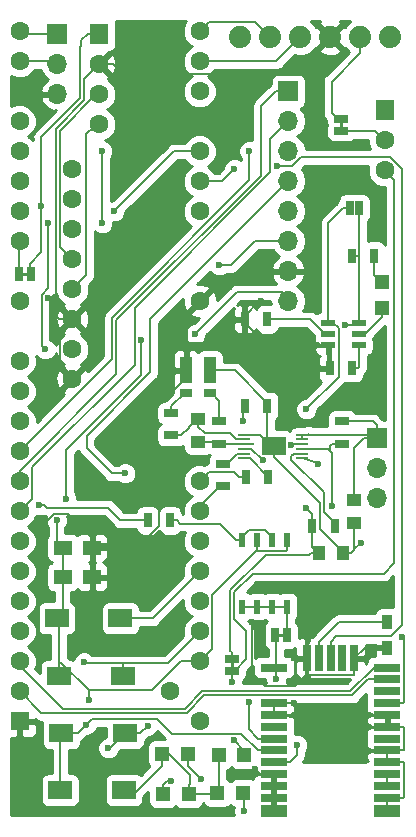
<source format=gtl>
G04 #@! TF.GenerationSoftware,KiCad,Pcbnew,(5.0.0)*
G04 #@! TF.CreationDate,2018-08-08T00:15:05-07:00*
G04 #@! TF.ProjectId,GPSLogger,4750534C6F676765722E6B696361645F,rev?*
G04 #@! TF.SameCoordinates,Original*
G04 #@! TF.FileFunction,Copper,L1,Top,Signal*
G04 #@! TF.FilePolarity,Positive*
%FSLAX46Y46*%
G04 Gerber Fmt 4.6, Leading zero omitted, Abs format (unit mm)*
G04 Created by KiCad (PCBNEW (5.0.0)) date 08/08/18 00:15:05*
%MOMM*%
%LPD*%
G01*
G04 APERTURE LIST*
G04 #@! TA.AperFunction,EtchedComponent*
%ADD10C,0.254000*%
G04 #@! TD*
G04 #@! TA.AperFunction,ComponentPad*
%ADD11C,1.600000*%
G04 #@! TD*
G04 #@! TA.AperFunction,ComponentPad*
%ADD12R,1.600000X1.600000*%
G04 #@! TD*
G04 #@! TA.AperFunction,ComponentPad*
%ADD13O,1.700000X1.700000*%
G04 #@! TD*
G04 #@! TA.AperFunction,ComponentPad*
%ADD14R,1.700000X1.700000*%
G04 #@! TD*
G04 #@! TA.AperFunction,SMDPad,CuDef*
%ADD15R,0.700000X2.300000*%
G04 #@! TD*
G04 #@! TA.AperFunction,SMDPad,CuDef*
%ADD16R,2.300000X0.700000*%
G04 #@! TD*
G04 #@! TA.AperFunction,SMDPad,CuDef*
%ADD17R,2.300000X1.000000*%
G04 #@! TD*
G04 #@! TA.AperFunction,SMDPad,CuDef*
%ADD18R,2.000000X1.600000*%
G04 #@! TD*
G04 #@! TA.AperFunction,SMDPad,CuDef*
%ADD19R,1.250000X1.000000*%
G04 #@! TD*
G04 #@! TA.AperFunction,SMDPad,CuDef*
%ADD20R,1.000000X1.250000*%
G04 #@! TD*
G04 #@! TA.AperFunction,SMDPad,CuDef*
%ADD21R,1.200000X1.200000*%
G04 #@! TD*
G04 #@! TA.AperFunction,SMDPad,CuDef*
%ADD22R,0.700000X1.300000*%
G04 #@! TD*
G04 #@! TA.AperFunction,SMDPad,CuDef*
%ADD23R,1.300000X0.700000*%
G04 #@! TD*
G04 #@! TA.AperFunction,SMDPad,CuDef*
%ADD24R,1.500000X1.250000*%
G04 #@! TD*
G04 #@! TA.AperFunction,SMDPad,CuDef*
%ADD25R,0.900000X1.200000*%
G04 #@! TD*
G04 #@! TA.AperFunction,ComponentPad*
%ADD26R,1.600000X1.700000*%
G04 #@! TD*
G04 #@! TA.AperFunction,SMDPad,CuDef*
%ADD27R,0.599440X1.198880*%
G04 #@! TD*
G04 #@! TA.AperFunction,SMDPad,CuDef*
%ADD28R,1.198880X0.548640*%
G04 #@! TD*
G04 #@! TA.AperFunction,SMDPad,CuDef*
%ADD29R,2.000000X1.500000*%
G04 #@! TD*
G04 #@! TA.AperFunction,SMDPad,CuDef*
%ADD30R,1.000000X0.150000*%
G04 #@! TD*
G04 #@! TA.AperFunction,SMDPad,CuDef*
%ADD31R,1.270000X0.635000*%
G04 #@! TD*
G04 #@! TA.AperFunction,SMDPad,CuDef*
%ADD32R,0.635000X1.270000*%
G04 #@! TD*
G04 #@! TA.AperFunction,ComponentPad*
%ADD33C,1.879600*%
G04 #@! TD*
G04 #@! TA.AperFunction,SMDPad,CuDef*
%ADD34R,1.000000X2.289000*%
G04 #@! TD*
G04 #@! TA.AperFunction,SMDPad,CuDef*
%ADD35R,1.000000X0.762000*%
G04 #@! TD*
G04 #@! TA.AperFunction,ViaPad*
%ADD36C,0.600000*%
G04 #@! TD*
G04 #@! TA.AperFunction,Conductor*
%ADD37C,0.200000*%
G04 #@! TD*
G04 #@! TA.AperFunction,Conductor*
%ADD38C,0.254000*%
G04 #@! TD*
G04 APERTURE END LIST*
D10*
G04 #@! TO.C,JP1*
X122605800Y-57226200D02*
X122605800Y-58242200D01*
G04 #@! TO.C,JP2*
X116992000Y-100900000D02*
X118008000Y-100900000D01*
G04 #@! TO.C,JP3*
X95292000Y-70300000D02*
X96308000Y-70300000D01*
G04 #@! TO.C,JP5*
X113300000Y-103914400D02*
X113300000Y-102898400D01*
G04 #@! TD*
D11*
G04 #@! TO.P,U4,8*
G04 #@! TO.N,BattRtn*
X99822000Y-79248000D03*
G04 #@! TO.P,U4,7*
G04 #@! TO.N,N/C*
X99822000Y-76708000D03*
G04 #@! TO.P,U4,6*
G04 #@! TO.N,BattRtn*
X99822000Y-74168000D03*
G04 #@! TO.P,U4,5*
G04 #@! TO.N,SDA*
X99822000Y-71628000D03*
G04 #@! TO.P,U4,4*
G04 #@! TO.N,SCL*
X99822000Y-69088000D03*
G04 #@! TO.P,U4,3*
G04 #@! TO.N,BattRtn*
X99822000Y-66548000D03*
G04 #@! TO.P,U4,2*
G04 #@! TO.N,Net-(JP3-Pad2)*
X99822000Y-64008000D03*
G04 #@! TO.P,U4,1*
G04 #@! TO.N,N/C*
X99822000Y-61468000D03*
G04 #@! TD*
G04 #@! TO.P,U3,21*
G04 #@! TO.N,GPS_Pwr_En_P28*
X95380000Y-57410000D03*
G04 #@! TO.P,U3,31*
G04 #@! TO.N,/BLE_Tx_RX5_P34*
X110620000Y-52330000D03*
G04 #@! TO.P,U3,30*
G04 #@! TO.N,/BLE_Rx_TX5_P33*
X110620000Y-49790000D03*
G04 #@! TO.P,U3,17*
G04 #@! TO.N,/Sensor_PWR_P25*
X95380000Y-67570000D03*
G04 #@! TO.P,U3,18*
G04 #@! TO.N,N/C*
X95380000Y-65030000D03*
G04 #@! TO.P,U3,19*
G04 #@! TO.N,/Screen_SCK_P27*
X95380000Y-62490000D03*
G04 #@! TO.P,U3,20*
G04 #@! TO.N,/Screen_DIN_P28*
X95380000Y-59950000D03*
G04 #@! TO.P,U3,15*
G04 #@! TO.N,+3V3*
X95380000Y-72650000D03*
G04 #@! TO.P,U3,23*
G04 #@! TO.N,/Debug_Tx_RX5_P34*
X95380000Y-52330000D03*
G04 #@! TO.P,U3,24*
G04 #@! TO.N,/Debug_Rx_TX5_P33*
X95380000Y-49790000D03*
G04 #@! TO.P,U3,32*
G04 #@! TO.N,N/C*
X110620000Y-54870000D03*
G04 #@! TO.P,U3,34*
G04 #@! TO.N,/GPS_ExtInt_P37*
X110620000Y-59950000D03*
G04 #@! TO.P,U3,35*
G04 #@! TO.N,/GPS_TimePulse_P38*
X110620000Y-62490000D03*
G04 #@! TO.P,U3,36*
G04 #@! TO.N,/GPS_Reset_P39*
X110620000Y-65030000D03*
G04 #@! TO.P,U3,13*
G04 #@! TO.N,N/C*
X95380000Y-77730000D03*
G04 #@! TO.P,U3,12*
X95380000Y-80270000D03*
G04 #@! TO.P,U3,11*
X95380000Y-82810000D03*
G04 #@! TO.P,U3,10*
G04 #@! TO.N,/Screen_DC_P8*
X95380000Y-85350000D03*
G04 #@! TO.P,U3,9*
G04 #@! TO.N,/Screen_BUSY_P7*
X95380000Y-87890000D03*
G04 #@! TO.P,U3,8*
G04 #@! TO.N,/Screen_RST_P6*
X95380000Y-90430000D03*
G04 #@! TO.P,U3,7*
G04 #@! TO.N,LED4_P5*
X95380000Y-92970000D03*
G04 #@! TO.P,U3,6*
G04 #@! TO.N,LED3_P4*
X95380000Y-95510000D03*
G04 #@! TO.P,U3,5*
G04 #@! TO.N,LED2_P3*
X95380000Y-98050000D03*
G04 #@! TO.P,U3,4*
G04 #@! TO.N,LED1_P2*
X95380000Y-100590000D03*
G04 #@! TO.P,U3,3*
G04 #@! TO.N,/GPS_Rx_TX1_P1*
X95380000Y-103130000D03*
G04 #@! TO.P,U3,2*
G04 #@! TO.N,/GPS_Tx_RX1_P0*
X95380000Y-105670000D03*
D12*
G04 #@! TO.P,U3,1*
G04 #@! TO.N,BattRtn*
X95380000Y-108210000D03*
D11*
G04 #@! TO.P,U3,39*
X110620000Y-72650000D03*
G04 #@! TO.P,U3,45*
G04 #@! TO.N,SDA*
X110620000Y-87890000D03*
G04 #@! TO.P,U3,46*
G04 #@! TO.N,SCL*
X110620000Y-90430000D03*
G04 #@! TO.P,U3,47*
G04 #@! TO.N,/Screen_CS_P20*
X110620000Y-92970000D03*
G04 #@! TO.P,U3,48*
G04 #@! TO.N,Fun_Btn_3_P21*
X110620000Y-95510000D03*
G04 #@! TO.P,U3,49*
G04 #@! TO.N,Fun_Btn_2_P22*
X110620000Y-98050000D03*
G04 #@! TO.P,U3,50*
G04 #@! TO.N,Fun_Btn_1_P23*
X110620000Y-100590000D03*
G04 #@! TO.P,U3,51*
G04 #@! TO.N,+3V3*
X110620000Y-103130000D03*
G04 #@! TO.P,U3,53*
G04 #@! TO.N,BattPwr*
X110620000Y-108210000D03*
G04 #@! TO.P,U3,54*
G04 #@! TO.N,USBPwr*
X108080000Y-105670000D03*
G04 #@! TD*
D13*
G04 #@! TO.P,DEBUG1,3*
G04 #@! TO.N,BattRtn*
X98552000Y-55118000D03*
G04 #@! TO.P,DEBUG1,2*
G04 #@! TO.N,/Debug_Tx_RX5_P34*
X98552000Y-52578000D03*
D14*
G04 #@! TO.P,DEBUG1,1*
G04 #@! TO.N,/Debug_Rx_TX5_P33*
X98552000Y-50038000D03*
G04 #@! TD*
G04 #@! TO.P,J1,1*
G04 #@! TO.N,Net-(C6-Pad1)*
X125603000Y-84201000D03*
D13*
G04 #@! TO.P,J1,2*
G04 #@! TO.N,Net-(J1-Pad2)*
X125603000Y-86741000D03*
G04 #@! TO.P,J1,3*
G04 #@! TO.N,N/C*
X125603000Y-89281000D03*
G04 #@! TD*
D14*
G04 #@! TO.P,EINK1,1*
G04 #@! TO.N,/Screen_BUSY_P7*
X118110000Y-54864000D03*
D13*
G04 #@! TO.P,EINK1,2*
G04 #@! TO.N,/Screen_RST_P6*
X118110000Y-57404000D03*
G04 #@! TO.P,EINK1,3*
G04 #@! TO.N,/Screen_DC_P8*
X118110000Y-59944000D03*
G04 #@! TO.P,EINK1,4*
G04 #@! TO.N,/Screen_CS_P20*
X118110000Y-62484000D03*
G04 #@! TO.P,EINK1,5*
G04 #@! TO.N,/Screen_SCK_P27*
X118110000Y-65024000D03*
G04 #@! TO.P,EINK1,6*
G04 #@! TO.N,/Screen_DIN_P28*
X118110000Y-67564000D03*
G04 #@! TO.P,EINK1,7*
G04 #@! TO.N,BattRtn*
X118110000Y-70104000D03*
G04 #@! TO.P,EINK1,8*
G04 #@! TO.N,+3V3*
X118110000Y-72644000D03*
G04 #@! TD*
D15*
G04 #@! TO.P,U2,31*
G04 #@! TO.N,BattRtn*
X119692000Y-102870000D03*
G04 #@! TO.P,U2,30*
G04 #@! TO.N,Net-(R1-Pad2)*
X120692000Y-102870000D03*
G04 #@! TO.P,U2,29*
G04 #@! TO.N,/GPS_TimePulse_P38*
X121692000Y-102870000D03*
G04 #@! TO.P,U2,28*
G04 #@! TO.N,N/C*
X122692000Y-102870000D03*
G04 #@! TO.P,U2,27*
G04 #@! TO.N,BattRtn*
X123692000Y-102870000D03*
D16*
G04 #@! TO.P,U2,18*
X126492000Y-111670000D03*
G04 #@! TO.P,U2,17*
G04 #@! TO.N,Net-(U2-Pad16)*
X126492000Y-112670000D03*
G04 #@! TO.P,U2,16*
X126492000Y-113670000D03*
G04 #@! TO.P,U2,15*
G04 #@! TO.N,BattRtn*
X126492000Y-114670000D03*
G04 #@! TO.P,U2,20*
G04 #@! TO.N,N/C*
X126492000Y-109670000D03*
G04 #@! TO.P,U2,24*
X126492000Y-105670000D03*
D17*
G04 #@! TO.P,U2,14*
G04 #@! TO.N,BattRtn*
X126492000Y-115770000D03*
D16*
G04 #@! TO.P,U2,22*
X126492000Y-107670000D03*
G04 #@! TO.P,U2,21*
X126492000Y-108670000D03*
G04 #@! TO.P,U2,19*
X126492000Y-110670000D03*
G04 #@! TO.P,U2,25*
G04 #@! TO.N,/GPS_Tx_RX1_P0*
X126492000Y-104670000D03*
G04 #@! TO.P,U2,23*
G04 #@! TO.N,/GPS_Reset_P39*
X126492000Y-106670000D03*
G04 #@! TO.P,U2,26*
G04 #@! TO.N,/GPS_Rx_TX1_P1*
X126492000Y-103670000D03*
G04 #@! TO.P,U2,9*
G04 #@! TO.N,Net-(JP2-Pad1)*
X116892000Y-111670000D03*
G04 #@! TO.P,U2,10*
G04 #@! TO.N,BattRtn*
X116892000Y-112670000D03*
G04 #@! TO.P,U2,11*
X116892000Y-113670000D03*
G04 #@! TO.P,U2,12*
X116892000Y-114670000D03*
D17*
G04 #@! TO.P,U2,13*
X116892000Y-115820000D03*
D16*
G04 #@! TO.P,U2,5*
X116892000Y-107670000D03*
G04 #@! TO.P,U2,6*
G04 #@! TO.N,N/C*
X116892000Y-108670000D03*
G04 #@! TO.P,U2,7*
G04 #@! TO.N,/GPS_ExtInt_P37*
X116892000Y-109670000D03*
G04 #@! TO.P,U2,8*
G04 #@! TO.N,+3V3*
X116892000Y-110670000D03*
G04 #@! TO.P,U2,4*
G04 #@! TO.N,BattRtn*
X116892000Y-106670000D03*
G04 #@! TO.P,U2,1*
G04 #@! TO.N,Net-(JP2-Pad1)*
X116892000Y-103670000D03*
G04 #@! TD*
D18*
G04 #@! TO.P,BTN2,2*
G04 #@! TO.N,+3V3*
X98700000Y-104394000D03*
G04 #@! TO.P,BTN2,1*
G04 #@! TO.N,Fun_Btn_1_P23*
X104100000Y-104394000D03*
G04 #@! TD*
D19*
G04 #@! TO.P,C3,1*
G04 #@! TO.N,Net-(C3-Pad1)*
X110490000Y-84582000D03*
G04 #@! TO.P,C3,2*
G04 #@! TO.N,Net-(C3-Pad2)*
X110490000Y-82582000D03*
G04 #@! TD*
G04 #@! TO.P,C6,1*
G04 #@! TO.N,Net-(C6-Pad1)*
X123698000Y-89440000D03*
G04 #@! TO.P,C6,2*
G04 #@! TO.N,Net-(C4-Pad2)*
X123698000Y-91440000D03*
G04 #@! TD*
D20*
G04 #@! TO.P,C4,1*
G04 #@! TO.N,Net-(C4-Pad1)*
X120700000Y-94000000D03*
G04 #@! TO.P,C4,2*
G04 #@! TO.N,Net-(C4-Pad2)*
X122700000Y-94000000D03*
G04 #@! TD*
D21*
G04 #@! TO.P,D1,2*
G04 #@! TO.N,Net-(D1-Pad2)*
X126000000Y-71000000D03*
G04 #@! TO.P,D1,1*
G04 #@! TO.N,Net-(D1-Pad1)*
X126000000Y-73200000D03*
G04 #@! TD*
D22*
G04 #@! TO.P,R6,1*
G04 #@! TO.N,BattRtn*
X114432000Y-74168000D03*
G04 #@! TO.P,R6,2*
G04 #@! TO.N,Net-(R6-Pad2)*
X116332000Y-74168000D03*
G04 #@! TD*
D23*
G04 #@! TO.P,R7,1*
G04 #@! TO.N,Net-(R7-Pad1)*
X108204000Y-82108000D03*
G04 #@! TO.P,R7,2*
G04 #@! TO.N,Net-(C3-Pad2)*
X108204000Y-84008000D03*
G04 #@! TD*
D22*
G04 #@! TO.P,R10,1*
G04 #@! TO.N,Net-(C4-Pad1)*
X123500000Y-68800000D03*
G04 #@! TO.P,R10,2*
G04 #@! TO.N,Net-(D1-Pad2)*
X125400000Y-68800000D03*
G04 #@! TD*
D23*
G04 #@! TO.P,R11,1*
G04 #@! TO.N,SCL*
X112600000Y-88300000D03*
G04 #@! TO.P,R11,2*
G04 #@! TO.N,Net-(R11-Pad2)*
X112600000Y-86400000D03*
G04 #@! TD*
D22*
G04 #@! TO.P,R12,1*
G04 #@! TO.N,SDA*
X114500000Y-87500000D03*
G04 #@! TO.P,R12,2*
G04 #@! TO.N,Net-(R12-Pad2)*
X116400000Y-87500000D03*
G04 #@! TD*
D23*
G04 #@! TO.P,R15,1*
G04 #@! TO.N,Net-(R15-Pad1)*
X122682000Y-84704000D03*
G04 #@! TO.P,R15,2*
G04 #@! TO.N,Net-(C6-Pad1)*
X122682000Y-82804000D03*
G04 #@! TD*
G04 #@! TO.P,R9,1*
G04 #@! TO.N,Net-(R8-Pad3)*
X112268000Y-82804000D03*
G04 #@! TO.P,R9,2*
G04 #@! TO.N,Net-(C3-Pad1)*
X112268000Y-84704000D03*
G04 #@! TD*
D22*
G04 #@! TO.P,TH1,1*
G04 #@! TO.N,Net-(TH1-Pad1)*
X123500000Y-78300000D03*
G04 #@! TO.P,TH1,2*
G04 #@! TO.N,BattRtn*
X121600000Y-78300000D03*
G04 #@! TD*
G04 #@! TO.P,TH2,1*
G04 #@! TO.N,Net-(TH2-Pad1)*
X114432000Y-81534000D03*
G04 #@! TO.P,TH2,2*
G04 #@! TO.N,Net-(C4-Pad2)*
X116332000Y-81534000D03*
G04 #@! TD*
D24*
G04 #@! TO.P,C1,1*
G04 #@! TO.N,+3V3*
X99000000Y-93500000D03*
G04 #@! TO.P,C1,2*
G04 #@! TO.N,BattRtn*
X101500000Y-93500000D03*
G04 #@! TD*
G04 #@! TO.P,C2,1*
G04 #@! TO.N,+3V3*
X99000000Y-96000000D03*
G04 #@! TO.P,C2,2*
G04 #@! TO.N,BattRtn*
X101500000Y-96000000D03*
G04 #@! TD*
D21*
G04 #@! TO.P,LED_D2,2*
G04 #@! TO.N,Net-(LED_D2-Pad2)*
X109600000Y-111000000D03*
G04 #@! TO.P,LED_D2,1*
G04 #@! TO.N,Net-(BTN1-Pad1)*
X107400000Y-111000000D03*
G04 #@! TD*
G04 #@! TO.P,LED_D3,2*
G04 #@! TO.N,Net-(LED_D3-Pad2)*
X114300000Y-114300000D03*
G04 #@! TO.P,LED_D3,1*
G04 #@! TO.N,Net-(BTN1-Pad1)*
X112100000Y-114300000D03*
G04 #@! TD*
G04 #@! TO.P,LED_D4,2*
G04 #@! TO.N,Net-(LED_D4-Pad2)*
X114400000Y-111100000D03*
G04 #@! TO.P,LED_D4,1*
G04 #@! TO.N,Net-(BTN1-Pad1)*
X112200000Y-111100000D03*
G04 #@! TD*
D25*
G04 #@! TO.P,R1,1*
G04 #@! TO.N,BattRtn*
X126500000Y-102000000D03*
G04 #@! TO.P,R1,2*
G04 #@! TO.N,Net-(R1-Pad2)*
X126500000Y-99800000D03*
G04 #@! TD*
D22*
G04 #@! TO.P,R2,1*
G04 #@! TO.N,Net-(R2-Pad1)*
X108100000Y-91200000D03*
G04 #@! TO.P,R2,2*
G04 #@! TO.N,GPS_Pwr_En_P28*
X106200000Y-91200000D03*
G04 #@! TD*
D21*
G04 #@! TO.P,LED_D1,2*
G04 #@! TO.N,Net-(LED_D1-Pad2)*
X107500000Y-114400000D03*
G04 #@! TO.P,LED_D1,1*
G04 #@! TO.N,Net-(BTN1-Pad1)*
X109700000Y-114400000D03*
G04 #@! TD*
D18*
G04 #@! TO.P,BTN1,2*
G04 #@! TO.N,+3V3*
X98800000Y-114046000D03*
G04 #@! TO.P,BTN1,1*
G04 #@! TO.N,Net-(BTN1-Pad1)*
X104200000Y-114046000D03*
G04 #@! TD*
G04 #@! TO.P,BTN3,2*
G04 #@! TO.N,+3V3*
X98900000Y-109220000D03*
G04 #@! TO.P,BTN3,1*
G04 #@! TO.N,Fun_Btn_2_P22*
X104300000Y-109220000D03*
G04 #@! TD*
G04 #@! TO.P,BTN4,2*
G04 #@! TO.N,+3V3*
X98500000Y-99500000D03*
G04 #@! TO.P,BTN4,1*
G04 #@! TO.N,Fun_Btn_3_P21*
X103900000Y-99500000D03*
G04 #@! TD*
D22*
G04 #@! TO.P,R13,1*
G04 #@! TO.N,Net-(C4-Pad1)*
X120142000Y-91694000D03*
G04 #@! TO.P,R13,2*
G04 #@! TO.N,Net-(R13-Pad2)*
X122042000Y-91694000D03*
G04 #@! TD*
D26*
G04 #@! TO.P,BLE_PWR1,1*
G04 #@! TO.N,N/C*
X126263400Y-56489600D03*
D11*
G04 #@! TO.P,BLE_PWR1,2*
G04 #@! TO.N,/BLE_Pwr*
X126263400Y-59029600D03*
G04 #@! TO.P,BLE_PWR1,3*
G04 #@! TO.N,BattPwr*
X126263400Y-61569600D03*
G04 #@! TD*
D27*
G04 #@! TO.P,U6,8*
G04 #@! TO.N,GPS_Pwr*
X118005000Y-98499080D03*
G04 #@! TO.P,U6,7*
X116735000Y-98499080D03*
G04 #@! TO.P,U6,6*
X115465000Y-98499080D03*
G04 #@! TO.P,U6,5*
X114195000Y-98499080D03*
G04 #@! TO.P,U6,4*
G04 #@! TO.N,Net-(R2-Pad1)*
X114195000Y-92900920D03*
G04 #@! TO.P,U6,3*
G04 #@! TO.N,+3V3*
X115465000Y-92900920D03*
G04 #@! TO.P,U6,2*
G04 #@! TO.N,Net-(R2-Pad1)*
X116735000Y-92900920D03*
G04 #@! TO.P,U6,1*
G04 #@! TO.N,+3V3*
X118005000Y-92900920D03*
G04 #@! TD*
D28*
G04 #@! TO.P,U7,6*
G04 #@! TO.N,Net-(C4-Pad1)*
X124097940Y-74450040D03*
G04 #@! TO.P,U7,5*
G04 #@! TO.N,Net-(D1-Pad1)*
X124097940Y-75400000D03*
G04 #@! TO.P,U7,4*
G04 #@! TO.N,Net-(TH1-Pad1)*
X124097940Y-76349960D03*
G04 #@! TO.P,U7,3*
G04 #@! TO.N,BattRtn*
X121502060Y-76349960D03*
G04 #@! TO.P,U7,2*
G04 #@! TO.N,Net-(R6-Pad2)*
X121502060Y-75400000D03*
G04 #@! TO.P,U7,1*
G04 #@! TO.N,USBPwr*
X121502060Y-74450040D03*
G04 #@! TD*
D29*
G04 #@! TO.P,U8,13*
G04 #@! TO.N,Net-(C4-Pad2)*
X116900000Y-84900000D03*
D30*
G04 #@! TO.P,U8,6*
G04 #@! TO.N,Net-(R12-Pad2)*
X114400000Y-85950000D03*
G04 #@! TO.P,U8,5*
G04 #@! TO.N,Net-(R11-Pad2)*
X114400000Y-85550000D03*
G04 #@! TO.P,U8,4*
G04 #@! TO.N,Net-(TH2-Pad1)*
X114400000Y-85150000D03*
G04 #@! TO.P,U8,3*
G04 #@! TO.N,Net-(C3-Pad1)*
X114400000Y-84750000D03*
G04 #@! TO.P,U8,2*
G04 #@! TO.N,Net-(C3-Pad2)*
X114400000Y-84350000D03*
G04 #@! TO.P,U8,1*
G04 #@! TO.N,Net-(C4-Pad2)*
X114400000Y-83950000D03*
G04 #@! TO.P,U8,12*
G04 #@! TO.N,Net-(C6-Pad1)*
X119300000Y-83950000D03*
G04 #@! TO.P,U8,11*
X119300000Y-84350000D03*
G04 #@! TO.P,U8,10*
G04 #@! TO.N,Net-(C5-Pad1)*
X119300000Y-84750000D03*
G04 #@! TO.P,U8,9*
G04 #@! TO.N,Net-(R15-Pad1)*
X119300000Y-85150000D03*
G04 #@! TO.P,U8,8*
G04 #@! TO.N,Net-(R13-Pad2)*
X119300000Y-85550000D03*
G04 #@! TO.P,U8,7*
G04 #@! TO.N,Net-(R14-Pad2)*
X119300000Y-85950000D03*
G04 #@! TD*
D31*
G04 #@! TO.P,JP1,2*
G04 #@! TO.N,/BLE_Pwr*
X122605800Y-58242200D03*
G04 #@! TO.P,JP1,1*
G04 #@! TO.N,Net-(BLE1-Pad5)*
X122605800Y-57226200D03*
G04 #@! TD*
D32*
G04 #@! TO.P,JP2,2*
G04 #@! TO.N,GPS_Pwr*
X118008000Y-100900000D03*
G04 #@! TO.P,JP2,1*
G04 #@! TO.N,Net-(JP2-Pad1)*
X116992000Y-100900000D03*
G04 #@! TD*
G04 #@! TO.P,JP3,2*
G04 #@! TO.N,Net-(JP3-Pad2)*
X96308000Y-70300000D03*
G04 #@! TO.P,JP3,1*
G04 #@! TO.N,/Sensor_PWR_P25*
X95292000Y-70300000D03*
G04 #@! TD*
D11*
G04 #@! TO.P,U5,3*
G04 #@! TO.N,SCL*
X102108000Y-55118000D03*
G04 #@! TO.P,U5,2*
G04 #@! TO.N,BattRtn*
X102108000Y-52578000D03*
D26*
G04 #@! TO.P,U5,1*
G04 #@! TO.N,Net-(JP3-Pad2)*
X102108000Y-50038000D03*
D11*
G04 #@! TO.P,U5,4*
G04 #@! TO.N,SDA*
X102108000Y-57658000D03*
G04 #@! TD*
D32*
G04 #@! TO.P,JP4,2*
G04 #@! TO.N,Net-(C4-Pad1)*
X124104400Y-64770000D03*
G04 #@! TO.P,JP4,1*
G04 #@! TO.N,USBPwr*
X123291600Y-64770000D03*
G04 #@! TD*
D31*
G04 #@! TO.P,JP5,2*
G04 #@! TO.N,Net-(C4-Pad1)*
X113300000Y-102898400D03*
G04 #@! TO.P,JP5,1*
G04 #@! TO.N,BattPwr*
X113300000Y-103914400D03*
G04 #@! TD*
D33*
G04 #@! TO.P,BLE1,1*
G04 #@! TO.N,N/C*
X114046000Y-50292000D03*
G04 #@! TO.P,BLE1,2*
G04 #@! TO.N,/BLE_Rx_TX5_P33*
X116586000Y-50292000D03*
G04 #@! TO.P,BLE1,3*
G04 #@! TO.N,/BLE_Tx_RX5_P34*
X119126000Y-50292000D03*
G04 #@! TO.P,BLE1,4*
G04 #@! TO.N,BattRtn*
X121666000Y-50292000D03*
G04 #@! TO.P,BLE1,5*
G04 #@! TO.N,Net-(BLE1-Pad5)*
X124206000Y-50292000D03*
G04 #@! TO.P,BLE1,6*
G04 #@! TO.N,N/C*
X126746000Y-50292000D03*
G04 #@! TD*
D34*
G04 #@! TO.P,R8,2*
G04 #@! TO.N,BattRtn*
X109474000Y-78486000D03*
G04 #@! TO.P,R8,1*
G04 #@! TO.N,Net-(C4-Pad2)*
X111494000Y-78486000D03*
D35*
G04 #@! TO.P,R8,3*
G04 #@! TO.N,Net-(R8-Pad3)*
X111494000Y-80407000D03*
G04 #@! TO.P,R8,4*
G04 #@! TO.N,Net-(R7-Pad1)*
X109474000Y-80407000D03*
G04 #@! TD*
D36*
G04 #@! TO.N,BattRtn*
X103378000Y-93218000D03*
X97028000Y-103378000D03*
X97790000Y-72390000D03*
X115824000Y-72644000D03*
X118618000Y-106680000D03*
X115321434Y-112265623D03*
X118618000Y-102870008D03*
X115061984Y-99822000D03*
X106172000Y-89662000D03*
G04 #@! TO.N,+3V3*
X101200000Y-106400000D03*
X101000000Y-108500000D03*
X98500000Y-91200000D03*
X110236000Y-75438000D03*
X99314000Y-89408000D03*
X105664000Y-75945992D03*
G04 #@! TO.N,Net-(C4-Pad2)*
X124226320Y-93093540D03*
G04 #@! TO.N,Net-(C4-Pad1)*
X119634000Y-90170000D03*
X122936000Y-74676000D03*
G04 #@! TO.N,Net-(C5-Pad1)*
X118364000Y-84836000D03*
G04 #@! TO.N,/Screen_CS_P20*
X104300741Y-87226012D03*
G04 #@! TO.N,/Screen_DC_P8*
X114808000Y-59944000D03*
G04 #@! TO.N,Fun_Btn_1_P23*
X100800000Y-103200000D03*
G04 #@! TO.N,Fun_Btn_2_P22*
X106200000Y-108600000D03*
X102870000Y-110490000D03*
G04 #@! TO.N,USBPwr*
X119634000Y-81788000D03*
G04 #@! TO.N,Net-(JP2-Pad1)*
X118872000Y-110236000D03*
X117094000Y-104648000D03*
G04 #@! TO.N,BattPwr*
X113300000Y-104849990D03*
G04 #@! TO.N,Net-(LED_D1-Pad2)*
X108204000Y-113284000D03*
G04 #@! TO.N,Net-(LED_D2-Pad2)*
X110700000Y-113100000D03*
G04 #@! TO.N,Net-(LED_D3-Pad2)*
X114400000Y-115800000D03*
G04 #@! TO.N,Net-(LED_D4-Pad2)*
X113538000Y-109830001D03*
G04 #@! TO.N,GPS_Pwr_En_P28*
X97028000Y-89916000D03*
G04 #@! TO.N,Net-(TH2-Pad1)*
X115927992Y-86110001D03*
X114300000Y-82804000D03*
G04 #@! TO.N,/GPS_ExtInt_P37*
X114755990Y-106584021D03*
X97525335Y-76718665D03*
X97790000Y-66040000D03*
X103378000Y-65024000D03*
G04 #@! TO.N,/GPS_Reset_P39*
X127760000Y-101092000D03*
G04 #@! TO.N,/GPS_TimePulse_P38*
X117160000Y-61214000D03*
X113538000Y-61468000D03*
G04 #@! TO.N,Net-(JP3-Pad2)*
X97200000Y-64600000D03*
G04 #@! TO.N,Net-(R14-Pad2)*
X120600000Y-86400000D03*
G04 #@! TO.N,Net-(R15-Pad1)*
X121800000Y-90000000D03*
G04 #@! TO.N,/Screen_DIN_P28*
X112268000Y-69596000D03*
X102362000Y-66040000D03*
X102362000Y-59944000D03*
G04 #@! TD*
D37*
G04 #@! TO.N,/BLE_Pwr*
X125476000Y-58242200D02*
X126263400Y-59029600D01*
X122605800Y-58242200D02*
X125476000Y-58242200D01*
G04 #@! TO.N,BattRtn*
X101500000Y-93500000D02*
X101500000Y-96000000D01*
X98761999Y-78187999D02*
X99822000Y-79248000D01*
X98761999Y-75228001D02*
X98761999Y-78187999D01*
X99822000Y-74168000D02*
X98761999Y-75228001D01*
X101782000Y-93218000D02*
X101500000Y-93500000D01*
X103378000Y-93218000D02*
X101782000Y-93218000D01*
X97028000Y-91843198D02*
X97028000Y-103378000D01*
X98231199Y-90639999D02*
X97028000Y-91843198D01*
X99464999Y-90639999D02*
X98231199Y-90639999D01*
X101500000Y-93500000D02*
X101500000Y-92675000D01*
X101500000Y-92675000D02*
X99464999Y-90639999D01*
X110620000Y-72650000D02*
X109500000Y-73770000D01*
X98690630Y-74168000D02*
X98401989Y-73879359D01*
X99822000Y-74168000D02*
X98690630Y-74168000D01*
X98089999Y-72689999D02*
X98089999Y-72943999D01*
X97790000Y-72390000D02*
X98089999Y-72689999D01*
X98298000Y-73152000D02*
X98401989Y-73152000D01*
X98089999Y-72943999D02*
X98298000Y-73152000D01*
X98401989Y-73879359D02*
X98401989Y-73152000D01*
X115656000Y-72644000D02*
X115824000Y-72644000D01*
X114432000Y-74168000D02*
X114432000Y-73868000D01*
X114432000Y-73868000D02*
X115656000Y-72644000D01*
X100838000Y-55624869D02*
X100838000Y-53848000D01*
X98401989Y-58060880D02*
X100838000Y-55624869D01*
X100838000Y-53848000D02*
X102108000Y-52578000D01*
X98401989Y-73152000D02*
X98401989Y-58060880D01*
X118567999Y-53390001D02*
X121666000Y-50292000D01*
X104051371Y-53390001D02*
X118567999Y-53390001D01*
X103239370Y-52578000D02*
X104051371Y-53390001D01*
X102108000Y-52578000D02*
X103239370Y-52578000D01*
X126492000Y-115770000D02*
X126492000Y-114670000D01*
X127842000Y-111670000D02*
X126492000Y-111670000D01*
X127902001Y-111730001D02*
X127842000Y-111670000D01*
X127902001Y-114609999D02*
X127902001Y-111730001D01*
X127842000Y-114670000D02*
X127902001Y-114609999D01*
X126492000Y-114670000D02*
X127842000Y-114670000D01*
X126492000Y-111670000D02*
X126492000Y-110670000D01*
X127842000Y-108670000D02*
X126492000Y-108670000D01*
X127902001Y-108730001D02*
X127842000Y-108670000D01*
X127902001Y-110609999D02*
X127902001Y-108730001D01*
X127842000Y-110670000D02*
X127902001Y-110609999D01*
X126492000Y-110670000D02*
X127842000Y-110670000D01*
X126492000Y-108670000D02*
X126492000Y-107670000D01*
X116892000Y-106670000D02*
X116892000Y-107670000D01*
X116892000Y-115820000D02*
X116892000Y-114670000D01*
X116892000Y-114670000D02*
X116892000Y-113670000D01*
X116892000Y-113670000D02*
X116892000Y-112670000D01*
X116892000Y-106670000D02*
X118608000Y-106670000D01*
X118608000Y-106670000D02*
X118618000Y-106680000D01*
X124562000Y-102000000D02*
X123692000Y-102870000D01*
X126500000Y-102000000D02*
X124562000Y-102000000D01*
X126492000Y-107670000D02*
X116892000Y-107670000D01*
X119692000Y-104220000D02*
X119692000Y-102870000D01*
X119752001Y-104280001D02*
X119692000Y-104220000D01*
X123631999Y-104280001D02*
X119752001Y-104280001D01*
X123692000Y-104220000D02*
X123631999Y-104280001D01*
X123692000Y-102870000D02*
X123692000Y-104220000D01*
X116892000Y-112670000D02*
X115725811Y-112670000D01*
X115725811Y-112670000D02*
X115321434Y-112265623D01*
X118618008Y-102870000D02*
X118618000Y-102870008D01*
X119692000Y-102870000D02*
X118618008Y-102870000D01*
X114432000Y-75824000D02*
X114554000Y-75946000D01*
X114432000Y-74168000D02*
X114432000Y-75824000D01*
X114300000Y-76200000D02*
X109500000Y-76200000D01*
X114554000Y-75946000D02*
X114300000Y-76200000D01*
X109500000Y-77115500D02*
X109500000Y-75946000D01*
X109474000Y-77141500D02*
X109500000Y-77115500D01*
X109474000Y-78486000D02*
X109474000Y-77141500D01*
X109500000Y-73770000D02*
X109500000Y-75946000D01*
X109500000Y-75946000D02*
X109500000Y-76200000D01*
X115061984Y-104139984D02*
X115061984Y-100246264D01*
X115061984Y-100246264D02*
X115061984Y-99822000D01*
X116130001Y-105208001D02*
X115061984Y-104139984D01*
X118703999Y-105208001D02*
X116130001Y-105208001D01*
X119692000Y-104220000D02*
X118703999Y-105208001D01*
X121502060Y-78202060D02*
X121600000Y-78300000D01*
X121502060Y-76349960D02*
X121502060Y-78202060D01*
X114432000Y-74468000D02*
X114432000Y-74168000D01*
X116313960Y-76349960D02*
X114432000Y-74468000D01*
X121502060Y-76349960D02*
X116313960Y-76349960D01*
X109474000Y-79130500D02*
X109474000Y-78486000D01*
X106172008Y-82432492D02*
X109474000Y-79130500D01*
X105650002Y-93218000D02*
X107188000Y-91680002D01*
X103378000Y-93218000D02*
X105650002Y-93218000D01*
X107188000Y-91680002D02*
X107188000Y-89662000D01*
X106426000Y-88900000D02*
X106172008Y-88900000D01*
X107188000Y-89662000D02*
X106426000Y-88900000D01*
X106172008Y-88900000D02*
X106172008Y-82432492D01*
X106471999Y-89199991D02*
X106172008Y-88900000D01*
X106471999Y-89362001D02*
X106471999Y-89199991D01*
X106172000Y-89662000D02*
X106471999Y-89362001D01*
G04 #@! TO.N,+3V3*
X98900000Y-99060000D02*
X99100000Y-99060000D01*
X99000000Y-93500000D02*
X99000000Y-96000000D01*
X99000000Y-99000000D02*
X98500000Y-99500000D01*
X99000000Y-96000000D02*
X99000000Y-99000000D01*
X100280000Y-109220000D02*
X98900000Y-109220000D01*
X101000000Y-108500000D02*
X100280000Y-109220000D01*
X98900000Y-103300000D02*
X98700000Y-103300000D01*
X101200000Y-105600000D02*
X98900000Y-103300000D01*
X101200000Y-106400000D02*
X101200000Y-105600000D01*
X98700000Y-99700000D02*
X98500000Y-99500000D01*
X98700000Y-103300000D02*
X98700000Y-99700000D01*
X106581198Y-105600000D02*
X101200000Y-105600000D01*
X109051198Y-103130000D02*
X106581198Y-105600000D01*
X110620000Y-103130000D02*
X109051198Y-103130000D01*
X111680001Y-102069999D02*
X110620000Y-103130000D01*
X111680001Y-97485359D02*
X111680001Y-102069999D01*
X115465000Y-92900920D02*
X115465000Y-93700360D01*
X117940000Y-93765360D02*
X115400000Y-93765360D01*
X118005000Y-93700360D02*
X117940000Y-93765360D01*
X118005000Y-92900920D02*
X118005000Y-93700360D01*
X115465000Y-93700360D02*
X115400000Y-93765360D01*
X115400000Y-93765360D02*
X111680001Y-97485359D01*
X98500000Y-93000000D02*
X99000000Y-93500000D01*
X98500000Y-91200000D02*
X98500000Y-93000000D01*
X113792000Y-71882000D02*
X110236000Y-75438000D01*
X118110000Y-72390000D02*
X117602000Y-71882000D01*
X117602000Y-71882000D02*
X113792000Y-71882000D01*
X117400000Y-110670000D02*
X116431998Y-110670000D01*
X107023999Y-108039999D02*
X101460001Y-108039999D01*
X101460001Y-108039999D02*
X101000000Y-108500000D01*
X108254001Y-109270001D02*
X107023999Y-108039999D01*
X114142001Y-109270001D02*
X108254001Y-109270001D01*
X115542000Y-110670000D02*
X114142001Y-109270001D01*
X116892000Y-110670000D02*
X115542000Y-110670000D01*
X98700000Y-104394000D02*
X98700000Y-103300000D01*
X105664000Y-76370256D02*
X105664000Y-75945992D01*
X99314000Y-85276066D02*
X105664000Y-78926066D01*
X105664000Y-78926066D02*
X105664000Y-76370256D01*
X99314000Y-89408000D02*
X99314000Y-85276066D01*
X98800000Y-109320000D02*
X98900000Y-109220000D01*
X98800000Y-114046000D02*
X98800000Y-109320000D01*
G04 #@! TO.N,Net-(C3-Pad2)*
X110365000Y-82582000D02*
X110490000Y-82582000D01*
X109665000Y-83282000D02*
X110365000Y-82582000D01*
X109665000Y-83407000D02*
X109665000Y-83282000D01*
X109064000Y-84008000D02*
X109665000Y-83407000D01*
X108204000Y-84008000D02*
X109064000Y-84008000D01*
X113700000Y-84350000D02*
X114400000Y-84350000D01*
X113171999Y-83821999D02*
X113700000Y-84350000D01*
X111029999Y-83821999D02*
X113171999Y-83821999D01*
X110490000Y-83282000D02*
X111029999Y-83821999D01*
X110490000Y-82582000D02*
X110490000Y-83282000D01*
G04 #@! TO.N,Net-(C3-Pad1)*
X115100000Y-84750000D02*
X114400000Y-84750000D01*
X115160001Y-84689999D02*
X115100000Y-84750000D01*
X113700000Y-84750000D02*
X114400000Y-84750000D01*
X113647868Y-84750000D02*
X113700000Y-84750000D01*
X113601868Y-84704000D02*
X113647868Y-84750000D01*
X112268000Y-84704000D02*
X113601868Y-84704000D01*
X112146000Y-84582000D02*
X112268000Y-84704000D01*
X110490000Y-84582000D02*
X112146000Y-84582000D01*
G04 #@! TO.N,Net-(C4-Pad2)*
X117150000Y-84900000D02*
X116900000Y-84900000D01*
X122700000Y-94125000D02*
X122700000Y-94000000D01*
X115100000Y-83950000D02*
X114400000Y-83950000D01*
X115700000Y-83950000D02*
X115100000Y-83950000D01*
X116650000Y-84900000D02*
X115700000Y-83950000D01*
X116900000Y-84900000D02*
X116650000Y-84900000D01*
X116332000Y-81234000D02*
X116332000Y-81534000D01*
X113584000Y-78486000D02*
X116332000Y-81234000D01*
X111494000Y-78486000D02*
X113584000Y-78486000D01*
X116332000Y-84332000D02*
X116900000Y-84900000D01*
X116332000Y-81534000D02*
X116332000Y-84332000D01*
X116900000Y-85850000D02*
X116900000Y-84900000D01*
X120752001Y-89702001D02*
X116900000Y-85850000D01*
X120752001Y-91927001D02*
X120752001Y-89702001D01*
X122700000Y-93875000D02*
X120752001Y-91927001D01*
X122700000Y-94000000D02*
X122700000Y-93875000D01*
X123698000Y-91440000D02*
X123698000Y-93252000D01*
X123698000Y-93702000D02*
X123698000Y-93252000D01*
X123400000Y-94000000D02*
X123698000Y-93702000D01*
X122700000Y-94000000D02*
X123400000Y-94000000D01*
X123698000Y-93702000D02*
X123698000Y-93621860D01*
X123698000Y-93621860D02*
X124226320Y-93093540D01*
G04 #@! TO.N,Net-(C4-Pad1)*
X124050000Y-68800000D02*
X123500000Y-68800000D01*
X124104400Y-68745600D02*
X124050000Y-68800000D01*
X120142000Y-93442000D02*
X120700000Y-94000000D01*
X120142000Y-91694000D02*
X120142000Y-93442000D01*
X120000000Y-94000000D02*
X120700000Y-94000000D01*
X119874630Y-94125370D02*
X120000000Y-94000000D01*
X116183286Y-94125370D02*
X119874630Y-94125370D01*
X113177990Y-97130666D02*
X116183286Y-94125370D01*
X113300000Y-102380900D02*
X113177990Y-102258890D01*
X113177990Y-102258890D02*
X113177990Y-97130666D01*
X113300000Y-102898400D02*
X113300000Y-102380900D01*
X120142000Y-91694000D02*
X120142000Y-90678000D01*
X120142000Y-90678000D02*
X119634000Y-90170000D01*
X123871980Y-74676000D02*
X124097940Y-74450040D01*
X122936000Y-74676000D02*
X123871980Y-74676000D01*
X124104400Y-73969260D02*
X124104400Y-68580000D01*
X124097940Y-73975720D02*
X124104400Y-73969260D01*
X124097940Y-74450040D02*
X124097940Y-73975720D01*
X124104400Y-68745600D02*
X124104400Y-68580000D01*
X124104400Y-68580000D02*
X124104400Y-64770000D01*
G04 #@! TO.N,Net-(C5-Pad1)*
X118450000Y-84750000D02*
X119300000Y-84750000D01*
X118364000Y-84836000D02*
X118450000Y-84750000D01*
G04 #@! TO.N,Net-(C6-Pad1)*
X119300000Y-84350000D02*
X119300000Y-83950000D01*
X125352000Y-83950000D02*
X125603000Y-84201000D01*
X119800000Y-83850000D02*
X119900000Y-83950000D01*
X119300000Y-83950000D02*
X119900000Y-83950000D01*
X119900000Y-83950000D02*
X125352000Y-83950000D01*
X124553000Y-84201000D02*
X125603000Y-84201000D01*
X123698000Y-85056000D02*
X124553000Y-84201000D01*
X123698000Y-89440000D02*
X123698000Y-85056000D01*
X125603000Y-83151000D02*
X125603000Y-84201000D01*
X125256000Y-82804000D02*
X125603000Y-83151000D01*
X122682000Y-82804000D02*
X125256000Y-82804000D01*
G04 #@! TO.N,Net-(D1-Pad2)*
X125400000Y-70400000D02*
X126000000Y-71000000D01*
X125400000Y-68800000D02*
X125400000Y-70400000D01*
G04 #@! TO.N,Net-(D1-Pad1)*
X124600000Y-75400000D02*
X124097940Y-75400000D01*
X126000000Y-74000000D02*
X124600000Y-75400000D01*
X126000000Y-73200000D02*
X126000000Y-74000000D01*
G04 #@! TO.N,/Screen_CS_P20*
X103161210Y-87226012D02*
X104300741Y-87226012D01*
X101039999Y-85104801D02*
X103161210Y-87226012D01*
X101039999Y-84059199D02*
X101039999Y-85104801D01*
X106426000Y-78673198D02*
X101039999Y-84059199D01*
X118110000Y-62484000D02*
X106426000Y-74168000D01*
X106426000Y-74168000D02*
X106426000Y-78673198D01*
G04 #@! TO.N,/Screen_DC_P8*
X103167979Y-74050823D02*
X114808000Y-62410802D01*
X114808000Y-62410802D02*
X114808000Y-59944000D01*
X103167979Y-77562021D02*
X103167979Y-74050823D01*
X95380000Y-85350000D02*
X103167979Y-77562021D01*
G04 #@! TO.N,/Screen_RST_P6*
X96440001Y-89369999D02*
X96440001Y-86693999D01*
X95380000Y-90430000D02*
X96440001Y-89369999D01*
X117260001Y-58253999D02*
X118110000Y-57404000D01*
X116599999Y-58914001D02*
X117260001Y-58253999D01*
X116599999Y-61709131D02*
X116599999Y-58914001D01*
X105103999Y-73205131D02*
X116599999Y-61709131D01*
X105103999Y-78030001D02*
X105103999Y-73205131D01*
X96440001Y-86693999D02*
X105103999Y-78030001D01*
G04 #@! TO.N,/Screen_BUSY_P7*
X117060000Y-54864000D02*
X118110000Y-54864000D01*
X95380000Y-86992000D02*
X103527989Y-78844011D01*
X95380000Y-87890000D02*
X95380000Y-86992000D01*
X103527989Y-78844011D02*
X103527989Y-74272011D01*
X103527989Y-74272011D02*
X115791001Y-62008999D01*
X115791001Y-62008999D02*
X115791001Y-56132999D01*
X115791001Y-56132999D02*
X117060000Y-54864000D01*
G04 #@! TO.N,Fun_Btn_1_P23*
X107910000Y-103300000D02*
X110620000Y-100590000D01*
X100900000Y-103300000D02*
X100800000Y-103200000D01*
X104140000Y-103354000D02*
X104140000Y-103300000D01*
X104100000Y-103394000D02*
X104140000Y-103354000D01*
X104100000Y-104394000D02*
X104100000Y-103394000D01*
X100900000Y-103300000D02*
X104140000Y-103300000D01*
X104140000Y-103300000D02*
X107910000Y-103300000D01*
G04 #@! TO.N,Fun_Btn_2_P22*
X104300000Y-109220000D02*
X105580000Y-109220000D01*
X105580000Y-109220000D02*
X106200000Y-108600000D01*
X103030000Y-110490000D02*
X104300000Y-109220000D01*
X102870000Y-110490000D02*
X103030000Y-110490000D01*
G04 #@! TO.N,Fun_Btn_3_P21*
X106630000Y-99500000D02*
X110620000Y-95510000D01*
X103900000Y-99500000D02*
X106630000Y-99500000D01*
G04 #@! TO.N,/Debug_Rx_TX5_P33*
X95628000Y-50038000D02*
X95380000Y-49790000D01*
X98298000Y-50038000D02*
X95628000Y-50038000D01*
G04 #@! TO.N,/Debug_Tx_RX5_P34*
X98050000Y-52330000D02*
X98298000Y-52578000D01*
X95380000Y-52330000D02*
X98050000Y-52330000D01*
G04 #@! TO.N,USBPwr*
X122774100Y-64770000D02*
X123291600Y-64770000D01*
X121502060Y-66042040D02*
X122774100Y-64770000D01*
X121502060Y-74450040D02*
X121502060Y-66042040D01*
X122361501Y-74917679D02*
X122361501Y-79060499D01*
X121502060Y-74450040D02*
X121893862Y-74450040D01*
X121893862Y-74450040D02*
X122361501Y-74917679D01*
X122361501Y-79060499D02*
X119634000Y-81788000D01*
G04 #@! TO.N,Net-(JP2-Pad1)*
X117093600Y-103363600D02*
X117400000Y-103670000D01*
X117093600Y-100900000D02*
X117093600Y-103363600D01*
X118872000Y-111040000D02*
X118872000Y-110236000D01*
X116892000Y-111670000D02*
X118242000Y-111670000D01*
X118242000Y-111670000D02*
X118872000Y-111040000D01*
X117094000Y-103872000D02*
X116892000Y-103670000D01*
X117094000Y-104648000D02*
X117094000Y-103872000D01*
G04 #@! TO.N,GPS_Pwr*
X118005000Y-100801400D02*
X117906400Y-100900000D01*
X118005000Y-98499080D02*
X118005000Y-100801400D01*
X118005000Y-98499080D02*
X116735000Y-98499080D01*
X116735000Y-98499080D02*
X115465000Y-98499080D01*
X114195000Y-98499080D02*
X115465000Y-98499080D01*
G04 #@! TO.N,/Sensor_PWR_P25*
X95380000Y-70286400D02*
X95393600Y-70300000D01*
X95292000Y-67658000D02*
X95380000Y-67570000D01*
X95292000Y-70300000D02*
X95292000Y-67658000D01*
G04 #@! TO.N,BattPwr*
X113300000Y-103812800D02*
X113300000Y-104849990D01*
X112982500Y-103914400D02*
X113300000Y-103914400D01*
X113538000Y-97279787D02*
X113538000Y-99568000D01*
X115111788Y-95705999D02*
X113538000Y-97279787D01*
X126172003Y-95705999D02*
X115111788Y-95705999D01*
X127073011Y-94804991D02*
X126172003Y-95705999D01*
X126263400Y-61569600D02*
X127073011Y-62379211D01*
X127073011Y-62379211D02*
X127073011Y-94804991D01*
X113617500Y-103914400D02*
X113300000Y-103914400D01*
X114554000Y-102977900D02*
X113617500Y-103914400D01*
X114554000Y-100584000D02*
X114554000Y-102977900D01*
X113538000Y-99568000D02*
X114554000Y-100584000D01*
G04 #@! TO.N,Net-(LED_D1-Pad2)*
X107500000Y-114400000D02*
X107500000Y-113600000D01*
X107500000Y-113600000D02*
X107816000Y-113284000D01*
X107816000Y-113284000D02*
X108204000Y-113284000D01*
G04 #@! TO.N,Net-(LED_D2-Pad2)*
X109600000Y-112000000D02*
X109600000Y-111000000D01*
X110700000Y-113100000D02*
X109600000Y-112000000D01*
G04 #@! TO.N,Net-(LED_D3-Pad2)*
X114400000Y-114400000D02*
X114300000Y-114300000D01*
X114400000Y-115800000D02*
X114400000Y-114400000D01*
G04 #@! TO.N,Net-(LED_D4-Pad2)*
X114400000Y-111100000D02*
X114500000Y-111100000D01*
X114400000Y-111100000D02*
X114400000Y-110692001D01*
X114400000Y-110692001D02*
X113538000Y-109830001D01*
G04 #@! TO.N,Net-(R1-Pad2)*
X120692000Y-101520000D02*
X120692000Y-102870000D01*
X122412000Y-99800000D02*
X120692000Y-101520000D01*
X126500000Y-99800000D02*
X122412000Y-99800000D01*
G04 #@! TO.N,Net-(R2-Pad1)*
X108650000Y-91200000D02*
X108100000Y-91200000D01*
X108940001Y-91490001D02*
X108650000Y-91200000D01*
X112284361Y-91490001D02*
X108940001Y-91490001D01*
X113695280Y-92900920D02*
X112284361Y-91490001D01*
X114195000Y-92900920D02*
X113695280Y-92900920D01*
X114195000Y-92601200D02*
X114195000Y-92900920D01*
X114754721Y-92041479D02*
X114195000Y-92601200D01*
X116175279Y-92041479D02*
X114754721Y-92041479D01*
X116735000Y-92601200D02*
X116175279Y-92041479D01*
X116735000Y-92900920D02*
X116735000Y-92601200D01*
G04 #@! TO.N,GPS_Pwr_En_P28*
X97660265Y-90124001D02*
X97452264Y-89916000D01*
X97452264Y-89916000D02*
X97028000Y-89916000D01*
X102824001Y-90124001D02*
X97660265Y-90124001D01*
X103900000Y-91200000D02*
X106200000Y-91200000D01*
X102824001Y-90124001D02*
X103900000Y-91200000D01*
G04 #@! TO.N,Net-(R6-Pad2)*
X121176940Y-75400000D02*
X121502060Y-75400000D01*
X119944940Y-74168000D02*
X121176940Y-75400000D01*
X116332000Y-74168000D02*
X119944940Y-74168000D01*
G04 #@! TO.N,SCL*
X110620000Y-89980000D02*
X110620000Y-90430000D01*
X112300000Y-88300000D02*
X110620000Y-89980000D01*
X112600000Y-88300000D02*
X112300000Y-88300000D01*
X101854000Y-55118000D02*
X102108000Y-55118000D01*
X98761999Y-58210001D02*
X101854000Y-55118000D01*
X99822000Y-69088000D02*
X98761999Y-68027999D01*
X98761999Y-68027999D02*
X98761999Y-58210001D01*
G04 #@! TO.N,SDA*
X111419999Y-87090001D02*
X110620000Y-87890000D01*
X113540001Y-87090001D02*
X111419999Y-87090001D01*
X113950000Y-87500000D02*
X113540001Y-87090001D01*
X114500000Y-87500000D02*
X113950000Y-87500000D01*
X101000000Y-70450000D02*
X99822000Y-71628000D01*
X101000000Y-58512000D02*
X101000000Y-70450000D01*
X101346000Y-58166000D02*
X101000000Y-58512000D01*
X102108000Y-57658000D02*
X101600000Y-58166000D01*
X101600000Y-58166000D02*
X101346000Y-58166000D01*
G04 #@! TO.N,Net-(TH1-Pad1)*
X124050000Y-78300000D02*
X123500000Y-78300000D01*
X124097940Y-78252060D02*
X124050000Y-78300000D01*
X124097940Y-76349960D02*
X124097940Y-78252060D01*
G04 #@! TO.N,Net-(TH2-Pad1)*
X114400000Y-85150000D02*
X114967991Y-85150000D01*
X114967991Y-85150000D02*
X115927992Y-86110001D01*
X114300000Y-81666000D02*
X114432000Y-81534000D01*
X114300000Y-82804000D02*
X114300000Y-81666000D01*
G04 #@! TO.N,/GPS_ExtInt_P37*
X117400000Y-109670000D02*
X116431998Y-109670000D01*
X115542000Y-109670000D02*
X114755990Y-108883990D01*
X116892000Y-109670000D02*
X115542000Y-109670000D01*
X114755990Y-108883990D02*
X114755990Y-106584021D01*
X97790000Y-71561198D02*
X97790000Y-66040000D01*
X97225336Y-72125862D02*
X97790000Y-71561198D01*
X97525335Y-76718665D02*
X97225336Y-76418666D01*
X97225336Y-76418666D02*
X97225336Y-72125862D01*
X108452000Y-59950000D02*
X110620000Y-59950000D01*
X103378000Y-65024000D02*
X108452000Y-59950000D01*
G04 #@! TO.N,/GPS_Rx_TX1_P1*
X95504000Y-103254000D02*
X95380000Y-103130000D01*
X95504000Y-103632000D02*
X95504000Y-103254000D01*
X125368002Y-103670000D02*
X123374002Y-105664000D01*
X123374002Y-105664000D02*
X110826870Y-105664000D01*
X110826870Y-105664000D02*
X109350880Y-107139990D01*
X127000000Y-103670000D02*
X125368002Y-103670000D01*
X109350880Y-107139990D02*
X99011990Y-107139990D01*
X99011990Y-107139990D02*
X95504000Y-103632000D01*
G04 #@! TO.N,/GPS_Reset_P39*
X127000000Y-106670000D02*
X126914021Y-106584021D01*
X127902001Y-101234001D02*
X127760000Y-101092000D01*
X127902001Y-106609999D02*
X127902001Y-101234001D01*
X126492000Y-106670000D02*
X127842000Y-106670000D01*
X127842000Y-106670000D02*
X127902001Y-106609999D01*
G04 #@! TO.N,/GPS_Tx_RX1_P0*
X123523123Y-106024011D02*
X110975991Y-106024011D01*
X97210001Y-107500001D02*
X95380000Y-105670000D01*
X109500001Y-107500001D02*
X97210001Y-107500001D01*
X110975991Y-106024011D02*
X109500001Y-107500001D01*
X127000000Y-104670000D02*
X124877134Y-104670000D01*
X124877134Y-104670000D02*
X123523123Y-106024011D01*
G04 #@! TO.N,/GPS_TimePulse_P38*
X112516000Y-62490000D02*
X110620000Y-62490000D01*
X113538000Y-61468000D02*
X112516000Y-62490000D01*
X121692000Y-101520000D02*
X122182870Y-101029130D01*
X121692000Y-102870000D02*
X121692000Y-101520000D01*
X122182870Y-101029130D02*
X126788872Y-101029130D01*
X127742002Y-61479400D02*
X127742002Y-100076000D01*
X126788872Y-101029130D02*
X127742002Y-100076000D01*
X117160000Y-61214000D02*
X118458001Y-61214000D01*
X118458001Y-61214000D02*
X119220001Y-60452000D01*
X127742002Y-100076000D02*
X127762000Y-100056002D01*
X119220001Y-60452000D02*
X126714602Y-60452000D01*
X126714602Y-60452000D02*
X127742002Y-61479400D01*
G04 #@! TO.N,Net-(R11-Pad2)*
X112900000Y-86400000D02*
X112600000Y-86400000D01*
X113750000Y-85550000D02*
X112900000Y-86400000D01*
X114400000Y-85550000D02*
X113750000Y-85550000D01*
G04 #@! TO.N,Net-(R12-Pad2)*
X116375000Y-87500000D02*
X116400000Y-87500000D01*
X114825000Y-85950000D02*
X116375000Y-87500000D01*
X114400000Y-85950000D02*
X114825000Y-85950000D01*
G04 #@! TO.N,Net-(BTN1-Pad1)*
X112000000Y-114400000D02*
X112100000Y-114300000D01*
X109700000Y-114400000D02*
X112000000Y-114400000D01*
X112200000Y-114200000D02*
X112100000Y-114300000D01*
X112200000Y-111100000D02*
X112200000Y-114200000D01*
X108020814Y-111000000D02*
X107400000Y-111000000D01*
X109780001Y-112759187D02*
X108020814Y-111000000D01*
X109780001Y-113519999D02*
X109780001Y-112759187D01*
X109700000Y-114400000D02*
X109700000Y-113600000D01*
X109700000Y-113600000D02*
X109780001Y-113519999D01*
X107400000Y-112000000D02*
X107400000Y-111000000D01*
X104846000Y-114554000D02*
X107400000Y-112000000D01*
X104394000Y-114554000D02*
X104846000Y-114554000D01*
X104200000Y-114046000D02*
X104200000Y-114360000D01*
X104200000Y-114360000D02*
X104394000Y-114554000D01*
G04 #@! TO.N,Net-(JP3-Pad2)*
X97200000Y-68471400D02*
X97200000Y-64600000D01*
X96206400Y-70300000D02*
X96206400Y-69465000D01*
X96206400Y-69465000D02*
X97200000Y-68471400D01*
X101108000Y-50038000D02*
X102108000Y-50038000D01*
X97200000Y-58753737D02*
X100477989Y-55475748D01*
X100477989Y-55475748D02*
X100477989Y-51160011D01*
X97200000Y-64600000D02*
X97200000Y-58753737D01*
X100477989Y-51160011D02*
X100584000Y-51054000D01*
X100584000Y-51054000D02*
X100584000Y-50562000D01*
X100584000Y-50562000D02*
X101108000Y-50038000D01*
G04 #@! TO.N,Net-(R13-Pad2)*
X121112011Y-88805013D02*
X118364000Y-86057002D01*
X121112011Y-90464011D02*
X121112011Y-88805013D01*
X122042000Y-91694000D02*
X122042000Y-91394000D01*
X122042000Y-91394000D02*
X121112011Y-90464011D01*
X118600000Y-85550000D02*
X119300000Y-85550000D01*
X118364000Y-85786000D02*
X118600000Y-85550000D01*
X118364000Y-86057002D02*
X118364000Y-85786000D01*
G04 #@! TO.N,Net-(R14-Pad2)*
X120100000Y-86200000D02*
X119300000Y-85950000D01*
X120600000Y-86400000D02*
X120100000Y-86200000D01*
G04 #@! TO.N,Net-(R15-Pad1)*
X119300000Y-85150000D02*
X121450000Y-85150000D01*
X121800000Y-85500000D02*
X121800000Y-90000000D01*
X121644000Y-84892000D02*
X121644000Y-85344000D01*
X121832000Y-84704000D02*
X121644000Y-84892000D01*
X122682000Y-84704000D02*
X121832000Y-84704000D01*
X121450000Y-85150000D02*
X121644000Y-85344000D01*
X121644000Y-85344000D02*
X121800000Y-85500000D01*
G04 #@! TO.N,Net-(BLE1-Pad5)*
X122288300Y-57226200D02*
X122605800Y-57226200D01*
X121770800Y-56708700D02*
X122288300Y-57226200D01*
X121770800Y-54056277D02*
X121770800Y-56708700D01*
X124206000Y-51621077D02*
X121770800Y-54056277D01*
X124206000Y-50292000D02*
X124206000Y-51621077D01*
G04 #@! TO.N,Net-(U2-Pad16)*
X126492000Y-112670000D02*
X126492000Y-113670000D01*
G04 #@! TO.N,/BLE_Rx_TX5_P33*
X115284001Y-48990001D02*
X116586000Y-50292000D01*
X111419999Y-48990001D02*
X115284001Y-48990001D01*
X110620000Y-49790000D02*
X111419999Y-48990001D01*
G04 #@! TO.N,/BLE_Tx_RX5_P34*
X117088000Y-52330000D02*
X119126000Y-50292000D01*
X110620000Y-52330000D02*
X117088000Y-52330000D01*
G04 #@! TO.N,/Screen_DIN_P28*
X102362000Y-66040000D02*
X102362000Y-59944000D01*
X113284000Y-69596000D02*
X112268000Y-69596000D01*
X118110000Y-67564000D02*
X115316000Y-67564000D01*
X115316000Y-67564000D02*
X113284000Y-69596000D01*
G04 #@! TO.N,Net-(R7-Pad1)*
X109355000Y-80407000D02*
X109474000Y-80407000D01*
X108204000Y-81558000D02*
X109355000Y-80407000D01*
X108204000Y-82108000D02*
X108204000Y-81558000D01*
G04 #@! TO.N,Net-(R8-Pad3)*
X111613000Y-80407000D02*
X111494000Y-80407000D01*
X112268000Y-81062000D02*
X111613000Y-80407000D01*
X112268000Y-82804000D02*
X112268000Y-81062000D01*
G04 #@! TD*
D38*
G04 #@! TO.N,BattRtn*
G36*
X96923218Y-108192355D02*
X97137613Y-108235001D01*
X97137616Y-108235001D01*
X97210000Y-108249399D01*
X97282384Y-108235001D01*
X97289358Y-108235001D01*
X97252560Y-108420000D01*
X97252560Y-110020000D01*
X97301843Y-110267765D01*
X97442191Y-110477809D01*
X97652235Y-110618157D01*
X97900000Y-110667440D01*
X98065001Y-110667440D01*
X98065000Y-112598560D01*
X97800000Y-112598560D01*
X97552235Y-112647843D01*
X97342191Y-112788191D01*
X97201843Y-112998235D01*
X97152560Y-113246000D01*
X97152560Y-114846000D01*
X97201843Y-115093765D01*
X97342191Y-115303809D01*
X97552235Y-115444157D01*
X97800000Y-115493440D01*
X99800000Y-115493440D01*
X100047765Y-115444157D01*
X100257809Y-115303809D01*
X100398157Y-115093765D01*
X100447440Y-114846000D01*
X100447440Y-113246000D01*
X100398157Y-112998235D01*
X100257809Y-112788191D01*
X100047765Y-112647843D01*
X99800000Y-112598560D01*
X99535000Y-112598560D01*
X99535000Y-110667440D01*
X99900000Y-110667440D01*
X100147765Y-110618157D01*
X100357809Y-110477809D01*
X100498157Y-110267765D01*
X100547440Y-110020000D01*
X100547440Y-109916202D01*
X100566783Y-109912354D01*
X100809905Y-109749905D01*
X100850911Y-109688535D01*
X101104446Y-109435000D01*
X101185983Y-109435000D01*
X101529635Y-109292655D01*
X101792655Y-109029635D01*
X101898128Y-108774999D01*
X102652560Y-108774999D01*
X102652560Y-109568030D01*
X102340365Y-109697345D01*
X102077345Y-109960365D01*
X101935000Y-110304017D01*
X101935000Y-110675983D01*
X102077345Y-111019635D01*
X102340365Y-111282655D01*
X102684017Y-111425000D01*
X103055983Y-111425000D01*
X103399635Y-111282655D01*
X103662655Y-111019635D01*
X103749518Y-110809928D01*
X103892006Y-110667440D01*
X105300000Y-110667440D01*
X105547765Y-110618157D01*
X105757809Y-110477809D01*
X105898157Y-110267765D01*
X105947440Y-110020000D01*
X105947440Y-109858461D01*
X106109905Y-109749905D01*
X106150911Y-109688535D01*
X106304446Y-109535000D01*
X106385983Y-109535000D01*
X106729635Y-109392655D01*
X106992655Y-109129635D01*
X107016536Y-109071982D01*
X107683091Y-109738538D01*
X107692460Y-109752560D01*
X106800000Y-109752560D01*
X106552235Y-109801843D01*
X106342191Y-109942191D01*
X106201843Y-110152235D01*
X106152560Y-110400000D01*
X106152560Y-111600000D01*
X106201843Y-111847765D01*
X106326391Y-112034162D01*
X105606588Y-112753966D01*
X105447765Y-112647843D01*
X105200000Y-112598560D01*
X103200000Y-112598560D01*
X102952235Y-112647843D01*
X102742191Y-112788191D01*
X102601843Y-112998235D01*
X102552560Y-113246000D01*
X102552560Y-114846000D01*
X102601843Y-115093765D01*
X102742191Y-115303809D01*
X102952235Y-115444157D01*
X103200000Y-115493440D01*
X105200000Y-115493440D01*
X105447765Y-115444157D01*
X105657809Y-115303809D01*
X105798157Y-115093765D01*
X105847440Y-114846000D01*
X105847440Y-114592006D01*
X106252560Y-114186886D01*
X106252560Y-115000000D01*
X106301843Y-115247765D01*
X106442191Y-115457809D01*
X106652235Y-115598157D01*
X106900000Y-115647440D01*
X108100000Y-115647440D01*
X108347765Y-115598157D01*
X108557809Y-115457809D01*
X108600000Y-115394666D01*
X108642191Y-115457809D01*
X108852235Y-115598157D01*
X109100000Y-115647440D01*
X110300000Y-115647440D01*
X110547765Y-115598157D01*
X110757809Y-115457809D01*
X110898157Y-115247765D01*
X110914331Y-115166454D01*
X111042191Y-115357809D01*
X111252235Y-115498157D01*
X111500000Y-115547440D01*
X112700000Y-115547440D01*
X112947765Y-115498157D01*
X113157809Y-115357809D01*
X113200000Y-115294666D01*
X113242191Y-115357809D01*
X113452235Y-115498157D01*
X113508366Y-115509322D01*
X113465000Y-115614017D01*
X113465000Y-115985983D01*
X113535009Y-116155000D01*
X94665000Y-116155000D01*
X94665000Y-109645000D01*
X95094250Y-109645000D01*
X95253000Y-109486250D01*
X95253000Y-108337000D01*
X95507000Y-108337000D01*
X95507000Y-109486250D01*
X95665750Y-109645000D01*
X96306310Y-109645000D01*
X96539699Y-109548327D01*
X96718327Y-109369698D01*
X96815000Y-109136309D01*
X96815000Y-108495750D01*
X96656250Y-108337000D01*
X95507000Y-108337000D01*
X95253000Y-108337000D01*
X95233000Y-108337000D01*
X95233000Y-108083000D01*
X95253000Y-108083000D01*
X95253000Y-108063000D01*
X95507000Y-108063000D01*
X95507000Y-108083000D01*
X96656250Y-108083000D01*
X96697629Y-108041621D01*
X96923218Y-108192355D01*
X96923218Y-108192355D01*
G37*
X96923218Y-108192355D02*
X97137613Y-108235001D01*
X97137616Y-108235001D01*
X97210000Y-108249399D01*
X97282384Y-108235001D01*
X97289358Y-108235001D01*
X97252560Y-108420000D01*
X97252560Y-110020000D01*
X97301843Y-110267765D01*
X97442191Y-110477809D01*
X97652235Y-110618157D01*
X97900000Y-110667440D01*
X98065001Y-110667440D01*
X98065000Y-112598560D01*
X97800000Y-112598560D01*
X97552235Y-112647843D01*
X97342191Y-112788191D01*
X97201843Y-112998235D01*
X97152560Y-113246000D01*
X97152560Y-114846000D01*
X97201843Y-115093765D01*
X97342191Y-115303809D01*
X97552235Y-115444157D01*
X97800000Y-115493440D01*
X99800000Y-115493440D01*
X100047765Y-115444157D01*
X100257809Y-115303809D01*
X100398157Y-115093765D01*
X100447440Y-114846000D01*
X100447440Y-113246000D01*
X100398157Y-112998235D01*
X100257809Y-112788191D01*
X100047765Y-112647843D01*
X99800000Y-112598560D01*
X99535000Y-112598560D01*
X99535000Y-110667440D01*
X99900000Y-110667440D01*
X100147765Y-110618157D01*
X100357809Y-110477809D01*
X100498157Y-110267765D01*
X100547440Y-110020000D01*
X100547440Y-109916202D01*
X100566783Y-109912354D01*
X100809905Y-109749905D01*
X100850911Y-109688535D01*
X101104446Y-109435000D01*
X101185983Y-109435000D01*
X101529635Y-109292655D01*
X101792655Y-109029635D01*
X101898128Y-108774999D01*
X102652560Y-108774999D01*
X102652560Y-109568030D01*
X102340365Y-109697345D01*
X102077345Y-109960365D01*
X101935000Y-110304017D01*
X101935000Y-110675983D01*
X102077345Y-111019635D01*
X102340365Y-111282655D01*
X102684017Y-111425000D01*
X103055983Y-111425000D01*
X103399635Y-111282655D01*
X103662655Y-111019635D01*
X103749518Y-110809928D01*
X103892006Y-110667440D01*
X105300000Y-110667440D01*
X105547765Y-110618157D01*
X105757809Y-110477809D01*
X105898157Y-110267765D01*
X105947440Y-110020000D01*
X105947440Y-109858461D01*
X106109905Y-109749905D01*
X106150911Y-109688535D01*
X106304446Y-109535000D01*
X106385983Y-109535000D01*
X106729635Y-109392655D01*
X106992655Y-109129635D01*
X107016536Y-109071982D01*
X107683091Y-109738538D01*
X107692460Y-109752560D01*
X106800000Y-109752560D01*
X106552235Y-109801843D01*
X106342191Y-109942191D01*
X106201843Y-110152235D01*
X106152560Y-110400000D01*
X106152560Y-111600000D01*
X106201843Y-111847765D01*
X106326391Y-112034162D01*
X105606588Y-112753966D01*
X105447765Y-112647843D01*
X105200000Y-112598560D01*
X103200000Y-112598560D01*
X102952235Y-112647843D01*
X102742191Y-112788191D01*
X102601843Y-112998235D01*
X102552560Y-113246000D01*
X102552560Y-114846000D01*
X102601843Y-115093765D01*
X102742191Y-115303809D01*
X102952235Y-115444157D01*
X103200000Y-115493440D01*
X105200000Y-115493440D01*
X105447765Y-115444157D01*
X105657809Y-115303809D01*
X105798157Y-115093765D01*
X105847440Y-114846000D01*
X105847440Y-114592006D01*
X106252560Y-114186886D01*
X106252560Y-115000000D01*
X106301843Y-115247765D01*
X106442191Y-115457809D01*
X106652235Y-115598157D01*
X106900000Y-115647440D01*
X108100000Y-115647440D01*
X108347765Y-115598157D01*
X108557809Y-115457809D01*
X108600000Y-115394666D01*
X108642191Y-115457809D01*
X108852235Y-115598157D01*
X109100000Y-115647440D01*
X110300000Y-115647440D01*
X110547765Y-115598157D01*
X110757809Y-115457809D01*
X110898157Y-115247765D01*
X110914331Y-115166454D01*
X111042191Y-115357809D01*
X111252235Y-115498157D01*
X111500000Y-115547440D01*
X112700000Y-115547440D01*
X112947765Y-115498157D01*
X113157809Y-115357809D01*
X113200000Y-115294666D01*
X113242191Y-115357809D01*
X113452235Y-115498157D01*
X113508366Y-115509322D01*
X113465000Y-115614017D01*
X113465000Y-115985983D01*
X113535009Y-116155000D01*
X94665000Y-116155000D01*
X94665000Y-109645000D01*
X95094250Y-109645000D01*
X95253000Y-109486250D01*
X95253000Y-108337000D01*
X95507000Y-108337000D01*
X95507000Y-109486250D01*
X95665750Y-109645000D01*
X96306310Y-109645000D01*
X96539699Y-109548327D01*
X96718327Y-109369698D01*
X96815000Y-109136309D01*
X96815000Y-108495750D01*
X96656250Y-108337000D01*
X95507000Y-108337000D01*
X95253000Y-108337000D01*
X95233000Y-108337000D01*
X95233000Y-108083000D01*
X95253000Y-108083000D01*
X95253000Y-108063000D01*
X95507000Y-108063000D01*
X95507000Y-108083000D01*
X96656250Y-108083000D01*
X96697629Y-108041621D01*
X96923218Y-108192355D01*
G36*
X113342191Y-112157809D02*
X113552235Y-112298157D01*
X113800000Y-112347440D01*
X115000000Y-112347440D01*
X115107000Y-112326157D01*
X115107000Y-112384250D01*
X115265750Y-112543000D01*
X115381755Y-112543000D01*
X115494235Y-112618157D01*
X115742000Y-112667440D01*
X117039000Y-112667440D01*
X117039000Y-112797000D01*
X117019000Y-112797000D01*
X117019000Y-113543000D01*
X117039000Y-113543000D01*
X117039000Y-113797000D01*
X117019000Y-113797000D01*
X117019000Y-114543000D01*
X117039000Y-114543000D01*
X117039000Y-114797000D01*
X117019000Y-114797000D01*
X117019000Y-115693000D01*
X117039000Y-115693000D01*
X117039000Y-115947000D01*
X117019000Y-115947000D01*
X117019000Y-115967000D01*
X116765000Y-115967000D01*
X116765000Y-115947000D01*
X116745000Y-115947000D01*
X116745000Y-115693000D01*
X116765000Y-115693000D01*
X116765000Y-114797000D01*
X116745000Y-114797000D01*
X116745000Y-114543000D01*
X116765000Y-114543000D01*
X116765000Y-113797000D01*
X116745000Y-113797000D01*
X116745000Y-113543000D01*
X116765000Y-113543000D01*
X116765000Y-112797000D01*
X116718250Y-112797000D01*
X116606250Y-112685000D01*
X115615691Y-112685000D01*
X115382302Y-112781673D01*
X115366975Y-112797000D01*
X115265750Y-112797000D01*
X115107000Y-112955750D01*
X115107000Y-113093734D01*
X114900000Y-113052560D01*
X113700000Y-113052560D01*
X113452235Y-113101843D01*
X113242191Y-113242191D01*
X113200000Y-113305334D01*
X113157809Y-113242191D01*
X112947765Y-113101843D01*
X112935000Y-113099304D01*
X112935000Y-112320587D01*
X113047765Y-112298157D01*
X113257809Y-112157809D01*
X113300000Y-112094666D01*
X113342191Y-112157809D01*
X113342191Y-112157809D01*
G37*
X113342191Y-112157809D02*
X113552235Y-112298157D01*
X113800000Y-112347440D01*
X115000000Y-112347440D01*
X115107000Y-112326157D01*
X115107000Y-112384250D01*
X115265750Y-112543000D01*
X115381755Y-112543000D01*
X115494235Y-112618157D01*
X115742000Y-112667440D01*
X117039000Y-112667440D01*
X117039000Y-112797000D01*
X117019000Y-112797000D01*
X117019000Y-113543000D01*
X117039000Y-113543000D01*
X117039000Y-113797000D01*
X117019000Y-113797000D01*
X117019000Y-114543000D01*
X117039000Y-114543000D01*
X117039000Y-114797000D01*
X117019000Y-114797000D01*
X117019000Y-115693000D01*
X117039000Y-115693000D01*
X117039000Y-115947000D01*
X117019000Y-115947000D01*
X117019000Y-115967000D01*
X116765000Y-115967000D01*
X116765000Y-115947000D01*
X116745000Y-115947000D01*
X116745000Y-115693000D01*
X116765000Y-115693000D01*
X116765000Y-114797000D01*
X116745000Y-114797000D01*
X116745000Y-114543000D01*
X116765000Y-114543000D01*
X116765000Y-113797000D01*
X116745000Y-113797000D01*
X116745000Y-113543000D01*
X116765000Y-113543000D01*
X116765000Y-112797000D01*
X116718250Y-112797000D01*
X116606250Y-112685000D01*
X115615691Y-112685000D01*
X115382302Y-112781673D01*
X115366975Y-112797000D01*
X115265750Y-112797000D01*
X115107000Y-112955750D01*
X115107000Y-113093734D01*
X114900000Y-113052560D01*
X113700000Y-113052560D01*
X113452235Y-113101843D01*
X113242191Y-113242191D01*
X113200000Y-113305334D01*
X113157809Y-113242191D01*
X112947765Y-113101843D01*
X112935000Y-113099304D01*
X112935000Y-112320587D01*
X113047765Y-112298157D01*
X113257809Y-112157809D01*
X113300000Y-112094666D01*
X113342191Y-112157809D01*
G36*
X124694560Y-106020000D02*
X124724397Y-106170000D01*
X124694560Y-106320000D01*
X124694560Y-107020000D01*
X124721936Y-107157631D01*
X124707000Y-107193690D01*
X124707000Y-107384250D01*
X124865750Y-107543000D01*
X124981755Y-107543000D01*
X125094235Y-107618157D01*
X125342000Y-107667440D01*
X126639000Y-107667440D01*
X126639000Y-107797000D01*
X126619000Y-107797000D01*
X126619000Y-108543000D01*
X126639000Y-108543000D01*
X126639000Y-108672560D01*
X125342000Y-108672560D01*
X125094235Y-108721843D01*
X124981755Y-108797000D01*
X124865750Y-108797000D01*
X124707000Y-108955750D01*
X124707000Y-109146310D01*
X124721936Y-109182369D01*
X124694560Y-109320000D01*
X124694560Y-110020000D01*
X124721936Y-110157631D01*
X124707000Y-110193690D01*
X124707000Y-110384250D01*
X124865750Y-110543000D01*
X124981755Y-110543000D01*
X125094235Y-110618157D01*
X125342000Y-110667440D01*
X126639000Y-110667440D01*
X126639000Y-110797000D01*
X126619000Y-110797000D01*
X126619000Y-110817000D01*
X126365000Y-110817000D01*
X126365000Y-110797000D01*
X126318250Y-110797000D01*
X126206250Y-110685000D01*
X125215691Y-110685000D01*
X124982302Y-110781673D01*
X124966975Y-110797000D01*
X124865750Y-110797000D01*
X124707000Y-110955750D01*
X124707000Y-111146310D01*
X124716813Y-111170000D01*
X124707000Y-111193690D01*
X124707000Y-111384250D01*
X124865748Y-111542998D01*
X124707000Y-111542998D01*
X124707000Y-111633000D01*
X119318447Y-111633000D01*
X119340538Y-111610909D01*
X119401905Y-111569905D01*
X119564354Y-111326783D01*
X119607000Y-111112388D01*
X119607000Y-111112387D01*
X119621399Y-111040000D01*
X119607000Y-110967612D01*
X119607000Y-110823290D01*
X119664655Y-110765635D01*
X119807000Y-110421983D01*
X119807000Y-110050017D01*
X119664655Y-109706365D01*
X119401635Y-109443345D01*
X119057983Y-109301000D01*
X118686017Y-109301000D01*
X118685688Y-109301136D01*
X118659603Y-109170000D01*
X118689440Y-109020000D01*
X118689440Y-108320000D01*
X118662064Y-108182369D01*
X118677000Y-108146310D01*
X118677000Y-107955750D01*
X124707000Y-107955750D01*
X124707000Y-108146310D01*
X124716813Y-108170000D01*
X124707000Y-108193690D01*
X124707000Y-108384250D01*
X124865750Y-108543000D01*
X124966975Y-108543000D01*
X124982302Y-108558327D01*
X125215691Y-108655000D01*
X126206250Y-108655000D01*
X126318250Y-108543000D01*
X126365000Y-108543000D01*
X126365000Y-107797000D01*
X126318250Y-107797000D01*
X126206250Y-107685000D01*
X125215691Y-107685000D01*
X124982302Y-107781673D01*
X124966975Y-107797000D01*
X124865750Y-107797000D01*
X124707000Y-107955750D01*
X118677000Y-107955750D01*
X118518250Y-107797000D01*
X118402245Y-107797000D01*
X118289765Y-107721843D01*
X118042000Y-107672560D01*
X116745000Y-107672560D01*
X116745000Y-107543000D01*
X116765000Y-107543000D01*
X116765000Y-107523000D01*
X117019000Y-107523000D01*
X117019000Y-107543000D01*
X117065750Y-107543000D01*
X117177750Y-107655000D01*
X118168309Y-107655000D01*
X118401698Y-107558327D01*
X118417025Y-107543000D01*
X118518250Y-107543000D01*
X118677000Y-107384250D01*
X118677000Y-107193690D01*
X118667187Y-107170000D01*
X118677000Y-107146310D01*
X118677000Y-106955750D01*
X118518252Y-106797002D01*
X118677000Y-106797002D01*
X118677000Y-106759011D01*
X123450739Y-106759011D01*
X123523123Y-106773409D01*
X123595507Y-106759011D01*
X123595511Y-106759011D01*
X123809906Y-106716365D01*
X124053028Y-106553916D01*
X124094034Y-106492546D01*
X124694560Y-105892020D01*
X124694560Y-106020000D01*
X124694560Y-106020000D01*
G37*
X124694560Y-106020000D02*
X124724397Y-106170000D01*
X124694560Y-106320000D01*
X124694560Y-107020000D01*
X124721936Y-107157631D01*
X124707000Y-107193690D01*
X124707000Y-107384250D01*
X124865750Y-107543000D01*
X124981755Y-107543000D01*
X125094235Y-107618157D01*
X125342000Y-107667440D01*
X126639000Y-107667440D01*
X126639000Y-107797000D01*
X126619000Y-107797000D01*
X126619000Y-108543000D01*
X126639000Y-108543000D01*
X126639000Y-108672560D01*
X125342000Y-108672560D01*
X125094235Y-108721843D01*
X124981755Y-108797000D01*
X124865750Y-108797000D01*
X124707000Y-108955750D01*
X124707000Y-109146310D01*
X124721936Y-109182369D01*
X124694560Y-109320000D01*
X124694560Y-110020000D01*
X124721936Y-110157631D01*
X124707000Y-110193690D01*
X124707000Y-110384250D01*
X124865750Y-110543000D01*
X124981755Y-110543000D01*
X125094235Y-110618157D01*
X125342000Y-110667440D01*
X126639000Y-110667440D01*
X126639000Y-110797000D01*
X126619000Y-110797000D01*
X126619000Y-110817000D01*
X126365000Y-110817000D01*
X126365000Y-110797000D01*
X126318250Y-110797000D01*
X126206250Y-110685000D01*
X125215691Y-110685000D01*
X124982302Y-110781673D01*
X124966975Y-110797000D01*
X124865750Y-110797000D01*
X124707000Y-110955750D01*
X124707000Y-111146310D01*
X124716813Y-111170000D01*
X124707000Y-111193690D01*
X124707000Y-111384250D01*
X124865748Y-111542998D01*
X124707000Y-111542998D01*
X124707000Y-111633000D01*
X119318447Y-111633000D01*
X119340538Y-111610909D01*
X119401905Y-111569905D01*
X119564354Y-111326783D01*
X119607000Y-111112388D01*
X119607000Y-111112387D01*
X119621399Y-111040000D01*
X119607000Y-110967612D01*
X119607000Y-110823290D01*
X119664655Y-110765635D01*
X119807000Y-110421983D01*
X119807000Y-110050017D01*
X119664655Y-109706365D01*
X119401635Y-109443345D01*
X119057983Y-109301000D01*
X118686017Y-109301000D01*
X118685688Y-109301136D01*
X118659603Y-109170000D01*
X118689440Y-109020000D01*
X118689440Y-108320000D01*
X118662064Y-108182369D01*
X118677000Y-108146310D01*
X118677000Y-107955750D01*
X124707000Y-107955750D01*
X124707000Y-108146310D01*
X124716813Y-108170000D01*
X124707000Y-108193690D01*
X124707000Y-108384250D01*
X124865750Y-108543000D01*
X124966975Y-108543000D01*
X124982302Y-108558327D01*
X125215691Y-108655000D01*
X126206250Y-108655000D01*
X126318250Y-108543000D01*
X126365000Y-108543000D01*
X126365000Y-107797000D01*
X126318250Y-107797000D01*
X126206250Y-107685000D01*
X125215691Y-107685000D01*
X124982302Y-107781673D01*
X124966975Y-107797000D01*
X124865750Y-107797000D01*
X124707000Y-107955750D01*
X118677000Y-107955750D01*
X118518250Y-107797000D01*
X118402245Y-107797000D01*
X118289765Y-107721843D01*
X118042000Y-107672560D01*
X116745000Y-107672560D01*
X116745000Y-107543000D01*
X116765000Y-107543000D01*
X116765000Y-107523000D01*
X117019000Y-107523000D01*
X117019000Y-107543000D01*
X117065750Y-107543000D01*
X117177750Y-107655000D01*
X118168309Y-107655000D01*
X118401698Y-107558327D01*
X118417025Y-107543000D01*
X118518250Y-107543000D01*
X118677000Y-107384250D01*
X118677000Y-107193690D01*
X118667187Y-107170000D01*
X118677000Y-107146310D01*
X118677000Y-106955750D01*
X118518252Y-106797002D01*
X118677000Y-106797002D01*
X118677000Y-106759011D01*
X123450739Y-106759011D01*
X123523123Y-106773409D01*
X123595507Y-106759011D01*
X123595511Y-106759011D01*
X123809906Y-106716365D01*
X124053028Y-106553916D01*
X124094034Y-106492546D01*
X124694560Y-105892020D01*
X124694560Y-106020000D01*
G36*
X126639000Y-111633000D02*
X126619002Y-111633000D01*
X126619002Y-111543000D01*
X126639000Y-111543000D01*
X126639000Y-111633000D01*
X126639000Y-111633000D01*
G37*
X126639000Y-111633000D02*
X126619002Y-111633000D01*
X126619002Y-111543000D01*
X126639000Y-111543000D01*
X126639000Y-111633000D01*
G36*
X126364998Y-111633000D02*
X126345000Y-111633000D01*
X126345000Y-111543000D01*
X126364998Y-111543000D01*
X126364998Y-111633000D01*
X126364998Y-111633000D01*
G37*
X126364998Y-111633000D02*
X126345000Y-111633000D01*
X126345000Y-111543000D01*
X126364998Y-111543000D01*
X126364998Y-111633000D01*
G36*
X117039000Y-106797000D02*
X117019002Y-106797000D01*
X117019002Y-106759011D01*
X117039000Y-106759011D01*
X117039000Y-106797000D01*
X117039000Y-106797000D01*
G37*
X117039000Y-106797000D02*
X117019002Y-106797000D01*
X117019002Y-106759011D01*
X117039000Y-106759011D01*
X117039000Y-106797000D01*
G36*
X116764998Y-106797000D02*
X116745000Y-106797000D01*
X116745000Y-106759011D01*
X116764998Y-106759011D01*
X116764998Y-106797000D01*
X116764998Y-106797000D01*
G37*
X116764998Y-106797000D02*
X116745000Y-106797000D01*
X116745000Y-106759011D01*
X116764998Y-106759011D01*
X116764998Y-106797000D01*
G36*
X115094560Y-104020000D02*
X115143843Y-104267765D01*
X115284191Y-104477809D01*
X115494235Y-104618157D01*
X115742000Y-104667440D01*
X116159000Y-104667440D01*
X116159000Y-104833983D01*
X116198357Y-104929000D01*
X114235000Y-104929000D01*
X114235000Y-104795154D01*
X114392809Y-104689709D01*
X114533157Y-104479665D01*
X114582440Y-104231900D01*
X114582440Y-103988906D01*
X115022537Y-103548810D01*
X115083905Y-103507805D01*
X115094560Y-103491859D01*
X115094560Y-104020000D01*
X115094560Y-104020000D01*
G37*
X115094560Y-104020000D02*
X115143843Y-104267765D01*
X115284191Y-104477809D01*
X115494235Y-104618157D01*
X115742000Y-104667440D01*
X116159000Y-104667440D01*
X116159000Y-104833983D01*
X116198357Y-104929000D01*
X114235000Y-104929000D01*
X114235000Y-104795154D01*
X114392809Y-104689709D01*
X114533157Y-104479665D01*
X114582440Y-104231900D01*
X114582440Y-103988906D01*
X115022537Y-103548810D01*
X115083905Y-103507805D01*
X115094560Y-103491859D01*
X115094560Y-104020000D01*
G36*
X127007003Y-98563898D02*
X126950000Y-98552560D01*
X126050000Y-98552560D01*
X125802235Y-98601843D01*
X125592191Y-98742191D01*
X125451843Y-98952235D01*
X125429413Y-99065000D01*
X122484383Y-99065000D01*
X122411999Y-99050602D01*
X122339615Y-99065000D01*
X122339612Y-99065000D01*
X122125217Y-99107646D01*
X121882095Y-99270095D01*
X121841090Y-99331463D01*
X120223465Y-100949089D01*
X120162095Y-100990095D01*
X120098682Y-101085000D01*
X119977750Y-101085000D01*
X119819000Y-101243750D01*
X119819000Y-101359755D01*
X119743843Y-101472235D01*
X119694560Y-101720000D01*
X119694560Y-104020000D01*
X119743843Y-104267765D01*
X119819000Y-104380245D01*
X119819000Y-104496250D01*
X119977750Y-104655000D01*
X120168310Y-104655000D01*
X120204369Y-104640064D01*
X120342000Y-104667440D01*
X121042000Y-104667440D01*
X121192000Y-104637603D01*
X121342000Y-104667440D01*
X122042000Y-104667440D01*
X122192000Y-104637603D01*
X122342000Y-104667440D01*
X123042000Y-104667440D01*
X123179631Y-104640064D01*
X123215690Y-104655000D01*
X123343556Y-104655000D01*
X123069556Y-104929000D01*
X117989643Y-104929000D01*
X118029000Y-104833983D01*
X118029000Y-104667440D01*
X118042000Y-104667440D01*
X118289765Y-104618157D01*
X118499809Y-104477809D01*
X118640157Y-104267765D01*
X118689440Y-104020000D01*
X118689440Y-103320000D01*
X118656769Y-103155750D01*
X118707000Y-103155750D01*
X118707000Y-104146309D01*
X118803673Y-104379698D01*
X118982301Y-104558327D01*
X119215690Y-104655000D01*
X119406250Y-104655000D01*
X119565000Y-104496250D01*
X119565000Y-102997000D01*
X118865750Y-102997000D01*
X118707000Y-103155750D01*
X118656769Y-103155750D01*
X118640157Y-103072235D01*
X118499809Y-102862191D01*
X118289765Y-102721843D01*
X118042000Y-102672560D01*
X117828600Y-102672560D01*
X117828600Y-102182440D01*
X118325500Y-102182440D01*
X118573265Y-102133157D01*
X118707000Y-102043797D01*
X118707000Y-102584250D01*
X118865750Y-102743000D01*
X119565000Y-102743000D01*
X119565000Y-101243750D01*
X119406250Y-101085000D01*
X119215690Y-101085000D01*
X118982301Y-101181673D01*
X118972940Y-101191034D01*
X118972940Y-100265000D01*
X118923657Y-100017235D01*
X118783309Y-99807191D01*
X118740000Y-99778253D01*
X118740000Y-99571383D01*
X118762529Y-99556329D01*
X118902877Y-99346285D01*
X118952160Y-99098520D01*
X118952160Y-97899640D01*
X118902877Y-97651875D01*
X118762529Y-97441831D01*
X118552485Y-97301483D01*
X118304720Y-97252200D01*
X117705280Y-97252200D01*
X117457515Y-97301483D01*
X117370000Y-97359959D01*
X117282485Y-97301483D01*
X117034720Y-97252200D01*
X116435280Y-97252200D01*
X116187515Y-97301483D01*
X116100000Y-97359959D01*
X116012485Y-97301483D01*
X115764720Y-97252200D01*
X115165280Y-97252200D01*
X114917515Y-97301483D01*
X114830000Y-97359959D01*
X114742485Y-97301483D01*
X114586731Y-97270502D01*
X115416235Y-96440999D01*
X126099619Y-96440999D01*
X126172003Y-96455397D01*
X126244387Y-96440999D01*
X126244391Y-96440999D01*
X126458786Y-96398353D01*
X126701908Y-96235904D01*
X126742914Y-96174534D01*
X127007003Y-95910445D01*
X127007003Y-98563898D01*
X127007003Y-98563898D01*
G37*
X127007003Y-98563898D02*
X126950000Y-98552560D01*
X126050000Y-98552560D01*
X125802235Y-98601843D01*
X125592191Y-98742191D01*
X125451843Y-98952235D01*
X125429413Y-99065000D01*
X122484383Y-99065000D01*
X122411999Y-99050602D01*
X122339615Y-99065000D01*
X122339612Y-99065000D01*
X122125217Y-99107646D01*
X121882095Y-99270095D01*
X121841090Y-99331463D01*
X120223465Y-100949089D01*
X120162095Y-100990095D01*
X120098682Y-101085000D01*
X119977750Y-101085000D01*
X119819000Y-101243750D01*
X119819000Y-101359755D01*
X119743843Y-101472235D01*
X119694560Y-101720000D01*
X119694560Y-104020000D01*
X119743843Y-104267765D01*
X119819000Y-104380245D01*
X119819000Y-104496250D01*
X119977750Y-104655000D01*
X120168310Y-104655000D01*
X120204369Y-104640064D01*
X120342000Y-104667440D01*
X121042000Y-104667440D01*
X121192000Y-104637603D01*
X121342000Y-104667440D01*
X122042000Y-104667440D01*
X122192000Y-104637603D01*
X122342000Y-104667440D01*
X123042000Y-104667440D01*
X123179631Y-104640064D01*
X123215690Y-104655000D01*
X123343556Y-104655000D01*
X123069556Y-104929000D01*
X117989643Y-104929000D01*
X118029000Y-104833983D01*
X118029000Y-104667440D01*
X118042000Y-104667440D01*
X118289765Y-104618157D01*
X118499809Y-104477809D01*
X118640157Y-104267765D01*
X118689440Y-104020000D01*
X118689440Y-103320000D01*
X118656769Y-103155750D01*
X118707000Y-103155750D01*
X118707000Y-104146309D01*
X118803673Y-104379698D01*
X118982301Y-104558327D01*
X119215690Y-104655000D01*
X119406250Y-104655000D01*
X119565000Y-104496250D01*
X119565000Y-102997000D01*
X118865750Y-102997000D01*
X118707000Y-103155750D01*
X118656769Y-103155750D01*
X118640157Y-103072235D01*
X118499809Y-102862191D01*
X118289765Y-102721843D01*
X118042000Y-102672560D01*
X117828600Y-102672560D01*
X117828600Y-102182440D01*
X118325500Y-102182440D01*
X118573265Y-102133157D01*
X118707000Y-102043797D01*
X118707000Y-102584250D01*
X118865750Y-102743000D01*
X119565000Y-102743000D01*
X119565000Y-101243750D01*
X119406250Y-101085000D01*
X119215690Y-101085000D01*
X118982301Y-101181673D01*
X118972940Y-101191034D01*
X118972940Y-100265000D01*
X118923657Y-100017235D01*
X118783309Y-99807191D01*
X118740000Y-99778253D01*
X118740000Y-99571383D01*
X118762529Y-99556329D01*
X118902877Y-99346285D01*
X118952160Y-99098520D01*
X118952160Y-97899640D01*
X118902877Y-97651875D01*
X118762529Y-97441831D01*
X118552485Y-97301483D01*
X118304720Y-97252200D01*
X117705280Y-97252200D01*
X117457515Y-97301483D01*
X117370000Y-97359959D01*
X117282485Y-97301483D01*
X117034720Y-97252200D01*
X116435280Y-97252200D01*
X116187515Y-97301483D01*
X116100000Y-97359959D01*
X116012485Y-97301483D01*
X115764720Y-97252200D01*
X115165280Y-97252200D01*
X114917515Y-97301483D01*
X114830000Y-97359959D01*
X114742485Y-97301483D01*
X114586731Y-97270502D01*
X115416235Y-96440999D01*
X126099619Y-96440999D01*
X126172003Y-96455397D01*
X126244387Y-96440999D01*
X126244391Y-96440999D01*
X126458786Y-96398353D01*
X126701908Y-96235904D01*
X126742914Y-96174534D01*
X127007003Y-95910445D01*
X127007003Y-98563898D01*
G36*
X97373482Y-90816355D02*
X97587877Y-90859001D01*
X97587881Y-90859001D01*
X97626064Y-90866596D01*
X97565000Y-91014017D01*
X97565000Y-91385983D01*
X97707345Y-91729635D01*
X97765000Y-91787290D01*
X97765001Y-92457884D01*
X97651843Y-92627235D01*
X97602560Y-92875000D01*
X97602560Y-94125000D01*
X97651843Y-94372765D01*
X97792191Y-94582809D01*
X98002235Y-94723157D01*
X98137185Y-94750000D01*
X98002235Y-94776843D01*
X97792191Y-94917191D01*
X97651843Y-95127235D01*
X97602560Y-95375000D01*
X97602560Y-96625000D01*
X97651843Y-96872765D01*
X97792191Y-97082809D01*
X98002235Y-97223157D01*
X98250000Y-97272440D01*
X98265000Y-97272440D01*
X98265001Y-98052560D01*
X97500000Y-98052560D01*
X97252235Y-98101843D01*
X97042191Y-98242191D01*
X96901843Y-98452235D01*
X96852560Y-98700000D01*
X96852560Y-100300000D01*
X96901843Y-100547765D01*
X97042191Y-100757809D01*
X97252235Y-100898157D01*
X97500000Y-100947440D01*
X97965001Y-100947440D01*
X97965000Y-102946560D01*
X97700000Y-102946560D01*
X97452235Y-102995843D01*
X97242191Y-103136191D01*
X97101843Y-103346235D01*
X97052560Y-103594000D01*
X97052560Y-104141114D01*
X96672034Y-103760588D01*
X96815000Y-103415439D01*
X96815000Y-102844561D01*
X96596534Y-102317138D01*
X96192862Y-101913466D01*
X96063784Y-101860000D01*
X96192862Y-101806534D01*
X96596534Y-101402862D01*
X96815000Y-100875439D01*
X96815000Y-100304561D01*
X96596534Y-99777138D01*
X96192862Y-99373466D01*
X96063784Y-99320000D01*
X96192862Y-99266534D01*
X96596534Y-98862862D01*
X96815000Y-98335439D01*
X96815000Y-97764561D01*
X96596534Y-97237138D01*
X96192862Y-96833466D01*
X96063784Y-96780000D01*
X96192862Y-96726534D01*
X96596534Y-96322862D01*
X96815000Y-95795439D01*
X96815000Y-95224561D01*
X96596534Y-94697138D01*
X96192862Y-94293466D01*
X96063784Y-94240000D01*
X96192862Y-94186534D01*
X96596534Y-93782862D01*
X96815000Y-93255439D01*
X96815000Y-92684561D01*
X96596534Y-92157138D01*
X96192862Y-91753466D01*
X96063784Y-91700000D01*
X96192862Y-91646534D01*
X96596534Y-91242862D01*
X96771028Y-90821596D01*
X96842017Y-90851000D01*
X97213983Y-90851000D01*
X97344452Y-90796958D01*
X97373482Y-90816355D01*
X97373482Y-90816355D01*
G37*
X97373482Y-90816355D02*
X97587877Y-90859001D01*
X97587881Y-90859001D01*
X97626064Y-90866596D01*
X97565000Y-91014017D01*
X97565000Y-91385983D01*
X97707345Y-91729635D01*
X97765000Y-91787290D01*
X97765001Y-92457884D01*
X97651843Y-92627235D01*
X97602560Y-92875000D01*
X97602560Y-94125000D01*
X97651843Y-94372765D01*
X97792191Y-94582809D01*
X98002235Y-94723157D01*
X98137185Y-94750000D01*
X98002235Y-94776843D01*
X97792191Y-94917191D01*
X97651843Y-95127235D01*
X97602560Y-95375000D01*
X97602560Y-96625000D01*
X97651843Y-96872765D01*
X97792191Y-97082809D01*
X98002235Y-97223157D01*
X98250000Y-97272440D01*
X98265000Y-97272440D01*
X98265001Y-98052560D01*
X97500000Y-98052560D01*
X97252235Y-98101843D01*
X97042191Y-98242191D01*
X96901843Y-98452235D01*
X96852560Y-98700000D01*
X96852560Y-100300000D01*
X96901843Y-100547765D01*
X97042191Y-100757809D01*
X97252235Y-100898157D01*
X97500000Y-100947440D01*
X97965001Y-100947440D01*
X97965000Y-102946560D01*
X97700000Y-102946560D01*
X97452235Y-102995843D01*
X97242191Y-103136191D01*
X97101843Y-103346235D01*
X97052560Y-103594000D01*
X97052560Y-104141114D01*
X96672034Y-103760588D01*
X96815000Y-103415439D01*
X96815000Y-102844561D01*
X96596534Y-102317138D01*
X96192862Y-101913466D01*
X96063784Y-101860000D01*
X96192862Y-101806534D01*
X96596534Y-101402862D01*
X96815000Y-100875439D01*
X96815000Y-100304561D01*
X96596534Y-99777138D01*
X96192862Y-99373466D01*
X96063784Y-99320000D01*
X96192862Y-99266534D01*
X96596534Y-98862862D01*
X96815000Y-98335439D01*
X96815000Y-97764561D01*
X96596534Y-97237138D01*
X96192862Y-96833466D01*
X96063784Y-96780000D01*
X96192862Y-96726534D01*
X96596534Y-96322862D01*
X96815000Y-95795439D01*
X96815000Y-95224561D01*
X96596534Y-94697138D01*
X96192862Y-94293466D01*
X96063784Y-94240000D01*
X96192862Y-94186534D01*
X96596534Y-93782862D01*
X96815000Y-93255439D01*
X96815000Y-92684561D01*
X96596534Y-92157138D01*
X96192862Y-91753466D01*
X96063784Y-91700000D01*
X96192862Y-91646534D01*
X96596534Y-91242862D01*
X96771028Y-90821596D01*
X96842017Y-90851000D01*
X97213983Y-90851000D01*
X97344452Y-90796958D01*
X97373482Y-90816355D01*
G36*
X125573750Y-101873000D02*
X126373000Y-101873000D01*
X126373000Y-101853000D01*
X126627000Y-101853000D01*
X126627000Y-101873000D01*
X126647000Y-101873000D01*
X126647000Y-102127000D01*
X126627000Y-102127000D01*
X126627000Y-102147000D01*
X126373000Y-102147000D01*
X126373000Y-102127000D01*
X125573750Y-102127000D01*
X125415000Y-102285750D01*
X125415000Y-102672560D01*
X125342000Y-102672560D01*
X125094235Y-102721843D01*
X124884191Y-102862191D01*
X124743843Y-103072235D01*
X124698534Y-103300021D01*
X124677000Y-103321555D01*
X124677000Y-103155750D01*
X124518250Y-102997000D01*
X123819000Y-102997000D01*
X123819000Y-103017000D01*
X123689440Y-103017000D01*
X123689440Y-102723000D01*
X123819000Y-102723000D01*
X123819000Y-102743000D01*
X124518250Y-102743000D01*
X124677000Y-102584250D01*
X124677000Y-101764130D01*
X125464880Y-101764130D01*
X125573750Y-101873000D01*
X125573750Y-101873000D01*
G37*
X125573750Y-101873000D02*
X126373000Y-101873000D01*
X126373000Y-101853000D01*
X126627000Y-101853000D01*
X126627000Y-101873000D01*
X126647000Y-101873000D01*
X126647000Y-102127000D01*
X126627000Y-102127000D01*
X126627000Y-102147000D01*
X126373000Y-102147000D01*
X126373000Y-102127000D01*
X125573750Y-102127000D01*
X125415000Y-102285750D01*
X125415000Y-102672560D01*
X125342000Y-102672560D01*
X125094235Y-102721843D01*
X124884191Y-102862191D01*
X124743843Y-103072235D01*
X124698534Y-103300021D01*
X124677000Y-103321555D01*
X124677000Y-103155750D01*
X124518250Y-102997000D01*
X123819000Y-102997000D01*
X123819000Y-103017000D01*
X123689440Y-103017000D01*
X123689440Y-102723000D01*
X123819000Y-102723000D01*
X123819000Y-102743000D01*
X124518250Y-102743000D01*
X124677000Y-102584250D01*
X124677000Y-101764130D01*
X125464880Y-101764130D01*
X125573750Y-101873000D01*
G36*
X103329090Y-91668537D02*
X103370095Y-91729905D01*
X103613217Y-91892354D01*
X103827612Y-91935000D01*
X103827615Y-91935000D01*
X103899999Y-91949398D01*
X103972383Y-91935000D01*
X105219467Y-91935000D01*
X105251843Y-92097765D01*
X105392191Y-92307809D01*
X105602235Y-92448157D01*
X105850000Y-92497440D01*
X106550000Y-92497440D01*
X106797765Y-92448157D01*
X107007809Y-92307809D01*
X107148157Y-92097765D01*
X107150000Y-92088500D01*
X107151843Y-92097765D01*
X107292191Y-92307809D01*
X107502235Y-92448157D01*
X107750000Y-92497440D01*
X108450000Y-92497440D01*
X108697765Y-92448157D01*
X108907809Y-92307809D01*
X108955592Y-92236298D01*
X109012384Y-92225001D01*
X109375356Y-92225001D01*
X109185000Y-92684561D01*
X109185000Y-93255439D01*
X109403466Y-93782862D01*
X109807138Y-94186534D01*
X109936216Y-94240000D01*
X109807138Y-94293466D01*
X109403466Y-94697138D01*
X109185000Y-95224561D01*
X109185000Y-95795439D01*
X109217252Y-95873301D01*
X106325554Y-98765000D01*
X105547440Y-98765000D01*
X105547440Y-98700000D01*
X105498157Y-98452235D01*
X105357809Y-98242191D01*
X105147765Y-98101843D01*
X104900000Y-98052560D01*
X102900000Y-98052560D01*
X102652235Y-98101843D01*
X102442191Y-98242191D01*
X102301843Y-98452235D01*
X102252560Y-98700000D01*
X102252560Y-100300000D01*
X102301843Y-100547765D01*
X102442191Y-100757809D01*
X102652235Y-100898157D01*
X102900000Y-100947440D01*
X104900000Y-100947440D01*
X105147765Y-100898157D01*
X105357809Y-100757809D01*
X105498157Y-100547765D01*
X105547440Y-100300000D01*
X105547440Y-100235000D01*
X106557616Y-100235000D01*
X106630000Y-100249398D01*
X106702384Y-100235000D01*
X106702388Y-100235000D01*
X106916783Y-100192354D01*
X107159905Y-100029905D01*
X107200911Y-99968535D01*
X109185000Y-97984447D01*
X109185000Y-98335439D01*
X109403466Y-98862862D01*
X109807138Y-99266534D01*
X109936216Y-99320000D01*
X109807138Y-99373466D01*
X109403466Y-99777138D01*
X109185000Y-100304561D01*
X109185000Y-100875439D01*
X109217252Y-100953302D01*
X107605554Y-102565000D01*
X104212388Y-102565000D01*
X104140000Y-102550601D01*
X104067612Y-102565000D01*
X101487290Y-102565000D01*
X101329635Y-102407345D01*
X100985983Y-102265000D01*
X100614017Y-102265000D01*
X100270365Y-102407345D01*
X100007345Y-102670365D01*
X99878255Y-102982017D01*
X99700000Y-102946560D01*
X99586006Y-102946560D01*
X99470911Y-102831465D01*
X99435000Y-102777720D01*
X99435000Y-100947440D01*
X99500000Y-100947440D01*
X99747765Y-100898157D01*
X99957809Y-100757809D01*
X100098157Y-100547765D01*
X100147440Y-100300000D01*
X100147440Y-98700000D01*
X100098157Y-98452235D01*
X99957809Y-98242191D01*
X99747765Y-98101843D01*
X99735000Y-98099304D01*
X99735000Y-97272440D01*
X99750000Y-97272440D01*
X99997765Y-97223157D01*
X100207809Y-97082809D01*
X100248654Y-97021680D01*
X100390302Y-97163327D01*
X100623691Y-97260000D01*
X101214250Y-97260000D01*
X101373000Y-97101250D01*
X101373000Y-96127000D01*
X101627000Y-96127000D01*
X101627000Y-97101250D01*
X101785750Y-97260000D01*
X102376309Y-97260000D01*
X102609698Y-97163327D01*
X102788327Y-96984699D01*
X102885000Y-96751310D01*
X102885000Y-96285750D01*
X102726250Y-96127000D01*
X101627000Y-96127000D01*
X101373000Y-96127000D01*
X101353000Y-96127000D01*
X101353000Y-95873000D01*
X101373000Y-95873000D01*
X101373000Y-94898750D01*
X101224250Y-94750000D01*
X101373000Y-94601250D01*
X101373000Y-93627000D01*
X101627000Y-93627000D01*
X101627000Y-94601250D01*
X101775750Y-94750000D01*
X101627000Y-94898750D01*
X101627000Y-95873000D01*
X102726250Y-95873000D01*
X102885000Y-95714250D01*
X102885000Y-95248690D01*
X102788327Y-95015301D01*
X102609698Y-94836673D01*
X102400451Y-94750000D01*
X102609698Y-94663327D01*
X102788327Y-94484699D01*
X102885000Y-94251310D01*
X102885000Y-93785750D01*
X102726250Y-93627000D01*
X101627000Y-93627000D01*
X101373000Y-93627000D01*
X101353000Y-93627000D01*
X101353000Y-93373000D01*
X101373000Y-93373000D01*
X101373000Y-92398750D01*
X101627000Y-92398750D01*
X101627000Y-93373000D01*
X102726250Y-93373000D01*
X102885000Y-93214250D01*
X102885000Y-92748690D01*
X102788327Y-92515301D01*
X102609698Y-92336673D01*
X102376309Y-92240000D01*
X101785750Y-92240000D01*
X101627000Y-92398750D01*
X101373000Y-92398750D01*
X101214250Y-92240000D01*
X100623691Y-92240000D01*
X100390302Y-92336673D01*
X100248654Y-92478320D01*
X100207809Y-92417191D01*
X99997765Y-92276843D01*
X99750000Y-92227560D01*
X99235000Y-92227560D01*
X99235000Y-91787290D01*
X99292655Y-91729635D01*
X99435000Y-91385983D01*
X99435000Y-91014017D01*
X99370790Y-90859001D01*
X102519555Y-90859001D01*
X103329090Y-91668537D01*
X103329090Y-91668537D01*
G37*
X103329090Y-91668537D02*
X103370095Y-91729905D01*
X103613217Y-91892354D01*
X103827612Y-91935000D01*
X103827615Y-91935000D01*
X103899999Y-91949398D01*
X103972383Y-91935000D01*
X105219467Y-91935000D01*
X105251843Y-92097765D01*
X105392191Y-92307809D01*
X105602235Y-92448157D01*
X105850000Y-92497440D01*
X106550000Y-92497440D01*
X106797765Y-92448157D01*
X107007809Y-92307809D01*
X107148157Y-92097765D01*
X107150000Y-92088500D01*
X107151843Y-92097765D01*
X107292191Y-92307809D01*
X107502235Y-92448157D01*
X107750000Y-92497440D01*
X108450000Y-92497440D01*
X108697765Y-92448157D01*
X108907809Y-92307809D01*
X108955592Y-92236298D01*
X109012384Y-92225001D01*
X109375356Y-92225001D01*
X109185000Y-92684561D01*
X109185000Y-93255439D01*
X109403466Y-93782862D01*
X109807138Y-94186534D01*
X109936216Y-94240000D01*
X109807138Y-94293466D01*
X109403466Y-94697138D01*
X109185000Y-95224561D01*
X109185000Y-95795439D01*
X109217252Y-95873301D01*
X106325554Y-98765000D01*
X105547440Y-98765000D01*
X105547440Y-98700000D01*
X105498157Y-98452235D01*
X105357809Y-98242191D01*
X105147765Y-98101843D01*
X104900000Y-98052560D01*
X102900000Y-98052560D01*
X102652235Y-98101843D01*
X102442191Y-98242191D01*
X102301843Y-98452235D01*
X102252560Y-98700000D01*
X102252560Y-100300000D01*
X102301843Y-100547765D01*
X102442191Y-100757809D01*
X102652235Y-100898157D01*
X102900000Y-100947440D01*
X104900000Y-100947440D01*
X105147765Y-100898157D01*
X105357809Y-100757809D01*
X105498157Y-100547765D01*
X105547440Y-100300000D01*
X105547440Y-100235000D01*
X106557616Y-100235000D01*
X106630000Y-100249398D01*
X106702384Y-100235000D01*
X106702388Y-100235000D01*
X106916783Y-100192354D01*
X107159905Y-100029905D01*
X107200911Y-99968535D01*
X109185000Y-97984447D01*
X109185000Y-98335439D01*
X109403466Y-98862862D01*
X109807138Y-99266534D01*
X109936216Y-99320000D01*
X109807138Y-99373466D01*
X109403466Y-99777138D01*
X109185000Y-100304561D01*
X109185000Y-100875439D01*
X109217252Y-100953302D01*
X107605554Y-102565000D01*
X104212388Y-102565000D01*
X104140000Y-102550601D01*
X104067612Y-102565000D01*
X101487290Y-102565000D01*
X101329635Y-102407345D01*
X100985983Y-102265000D01*
X100614017Y-102265000D01*
X100270365Y-102407345D01*
X100007345Y-102670365D01*
X99878255Y-102982017D01*
X99700000Y-102946560D01*
X99586006Y-102946560D01*
X99470911Y-102831465D01*
X99435000Y-102777720D01*
X99435000Y-100947440D01*
X99500000Y-100947440D01*
X99747765Y-100898157D01*
X99957809Y-100757809D01*
X100098157Y-100547765D01*
X100147440Y-100300000D01*
X100147440Y-98700000D01*
X100098157Y-98452235D01*
X99957809Y-98242191D01*
X99747765Y-98101843D01*
X99735000Y-98099304D01*
X99735000Y-97272440D01*
X99750000Y-97272440D01*
X99997765Y-97223157D01*
X100207809Y-97082809D01*
X100248654Y-97021680D01*
X100390302Y-97163327D01*
X100623691Y-97260000D01*
X101214250Y-97260000D01*
X101373000Y-97101250D01*
X101373000Y-96127000D01*
X101627000Y-96127000D01*
X101627000Y-97101250D01*
X101785750Y-97260000D01*
X102376309Y-97260000D01*
X102609698Y-97163327D01*
X102788327Y-96984699D01*
X102885000Y-96751310D01*
X102885000Y-96285750D01*
X102726250Y-96127000D01*
X101627000Y-96127000D01*
X101373000Y-96127000D01*
X101353000Y-96127000D01*
X101353000Y-95873000D01*
X101373000Y-95873000D01*
X101373000Y-94898750D01*
X101224250Y-94750000D01*
X101373000Y-94601250D01*
X101373000Y-93627000D01*
X101627000Y-93627000D01*
X101627000Y-94601250D01*
X101775750Y-94750000D01*
X101627000Y-94898750D01*
X101627000Y-95873000D01*
X102726250Y-95873000D01*
X102885000Y-95714250D01*
X102885000Y-95248690D01*
X102788327Y-95015301D01*
X102609698Y-94836673D01*
X102400451Y-94750000D01*
X102609698Y-94663327D01*
X102788327Y-94484699D01*
X102885000Y-94251310D01*
X102885000Y-93785750D01*
X102726250Y-93627000D01*
X101627000Y-93627000D01*
X101373000Y-93627000D01*
X101353000Y-93627000D01*
X101353000Y-93373000D01*
X101373000Y-93373000D01*
X101373000Y-92398750D01*
X101627000Y-92398750D01*
X101627000Y-93373000D01*
X102726250Y-93373000D01*
X102885000Y-93214250D01*
X102885000Y-92748690D01*
X102788327Y-92515301D01*
X102609698Y-92336673D01*
X102376309Y-92240000D01*
X101785750Y-92240000D01*
X101627000Y-92398750D01*
X101373000Y-92398750D01*
X101214250Y-92240000D01*
X100623691Y-92240000D01*
X100390302Y-92336673D01*
X100248654Y-92478320D01*
X100207809Y-92417191D01*
X99997765Y-92276843D01*
X99750000Y-92227560D01*
X99235000Y-92227560D01*
X99235000Y-91787290D01*
X99292655Y-91729635D01*
X99435000Y-91385983D01*
X99435000Y-91014017D01*
X99370790Y-90859001D01*
X102519555Y-90859001D01*
X103329090Y-91668537D01*
G36*
X116187515Y-99696677D02*
X116337451Y-99726501D01*
X116216691Y-99807191D01*
X116076343Y-100017235D01*
X116027060Y-100265000D01*
X116027060Y-101535000D01*
X116076343Y-101782765D01*
X116216691Y-101992809D01*
X116358600Y-102087631D01*
X116358601Y-102672560D01*
X115742000Y-102672560D01*
X115494235Y-102721843D01*
X115289000Y-102858978D01*
X115289000Y-100656384D01*
X115303398Y-100584000D01*
X115289000Y-100511616D01*
X115289000Y-100511612D01*
X115246354Y-100297217D01*
X115083905Y-100054095D01*
X115022538Y-100013091D01*
X114712156Y-99702710D01*
X114742485Y-99696677D01*
X114830000Y-99638201D01*
X114917515Y-99696677D01*
X115165280Y-99745960D01*
X115764720Y-99745960D01*
X116012485Y-99696677D01*
X116100000Y-99638201D01*
X116187515Y-99696677D01*
X116187515Y-99696677D01*
G37*
X116187515Y-99696677D02*
X116337451Y-99726501D01*
X116216691Y-99807191D01*
X116076343Y-100017235D01*
X116027060Y-100265000D01*
X116027060Y-101535000D01*
X116076343Y-101782765D01*
X116216691Y-101992809D01*
X116358600Y-102087631D01*
X116358601Y-102672560D01*
X115742000Y-102672560D01*
X115494235Y-102721843D01*
X115289000Y-102858978D01*
X115289000Y-100656384D01*
X115303398Y-100584000D01*
X115289000Y-100511616D01*
X115289000Y-100511612D01*
X115246354Y-100297217D01*
X115083905Y-100054095D01*
X115022538Y-100013091D01*
X114712156Y-99702710D01*
X114742485Y-99696677D01*
X114830000Y-99638201D01*
X114917515Y-99696677D01*
X115165280Y-99745960D01*
X115764720Y-99745960D01*
X116012485Y-99696677D01*
X116100000Y-99638201D01*
X116187515Y-99696677D01*
G36*
X124828400Y-61284161D02*
X124828400Y-61855039D01*
X125046866Y-62382462D01*
X125450538Y-62786134D01*
X125977961Y-63004600D01*
X126338011Y-63004600D01*
X126338011Y-67887051D01*
X126207809Y-67692191D01*
X125997765Y-67551843D01*
X125750000Y-67502560D01*
X125050000Y-67502560D01*
X124839400Y-67544451D01*
X124839400Y-65889743D01*
X124879709Y-65862809D01*
X125020057Y-65652765D01*
X125069340Y-65405000D01*
X125069340Y-64135000D01*
X125020057Y-63887235D01*
X124879709Y-63677191D01*
X124669665Y-63536843D01*
X124421900Y-63487560D01*
X123786900Y-63487560D01*
X123698000Y-63505243D01*
X123609100Y-63487560D01*
X122974100Y-63487560D01*
X122726335Y-63536843D01*
X122516291Y-63677191D01*
X122375943Y-63887235D01*
X122326660Y-64135000D01*
X122326660Y-64184994D01*
X122244195Y-64240095D01*
X122203190Y-64301463D01*
X121033523Y-65471131D01*
X120972156Y-65512135D01*
X120931152Y-65573502D01*
X120931151Y-65573503D01*
X120809706Y-65755258D01*
X120752662Y-66042040D01*
X120767061Y-66114429D01*
X120767060Y-73555244D01*
X120654855Y-73577563D01*
X120502445Y-73679401D01*
X120474845Y-73638095D01*
X120231723Y-73475646D01*
X120017328Y-73433000D01*
X120017324Y-73433000D01*
X119944940Y-73418602D01*
X119872556Y-73433000D01*
X119368801Y-73433000D01*
X119508839Y-73223418D01*
X119624092Y-72644000D01*
X119508839Y-72064582D01*
X119180625Y-71573375D01*
X118861522Y-71360157D01*
X118991358Y-71299183D01*
X119381645Y-70870924D01*
X119551476Y-70460890D01*
X119430155Y-70231000D01*
X118237000Y-70231000D01*
X118237000Y-70251000D01*
X117983000Y-70251000D01*
X117983000Y-70231000D01*
X116789845Y-70231000D01*
X116668524Y-70460890D01*
X116838355Y-70870924D01*
X117089952Y-71147000D01*
X113864383Y-71147000D01*
X113791999Y-71132602D01*
X113719615Y-71147000D01*
X113719612Y-71147000D01*
X113505217Y-71189646D01*
X113262095Y-71352095D01*
X113221091Y-71413462D01*
X112053350Y-72581204D01*
X112039778Y-72296546D01*
X111873864Y-71895995D01*
X111627745Y-71821861D01*
X110799605Y-72650000D01*
X110813748Y-72664142D01*
X110634142Y-72843748D01*
X110620000Y-72829605D01*
X109791861Y-73657745D01*
X109865995Y-73903864D01*
X110403223Y-74096965D01*
X110544316Y-74090238D01*
X110131554Y-74503000D01*
X110050017Y-74503000D01*
X109706365Y-74645345D01*
X109443345Y-74908365D01*
X109301000Y-75252017D01*
X109301000Y-75623983D01*
X109443345Y-75967635D01*
X109706365Y-76230655D01*
X110050017Y-76373000D01*
X110421983Y-76373000D01*
X110765635Y-76230655D01*
X111028655Y-75967635D01*
X111171000Y-75623983D01*
X111171000Y-75542446D01*
X112259696Y-74453750D01*
X113447000Y-74453750D01*
X113447000Y-74944310D01*
X113543673Y-75177699D01*
X113722302Y-75356327D01*
X113955691Y-75453000D01*
X114146250Y-75453000D01*
X114305000Y-75294250D01*
X114305000Y-74295000D01*
X113605750Y-74295000D01*
X113447000Y-74453750D01*
X112259696Y-74453750D01*
X113535561Y-73177886D01*
X113447000Y-73391690D01*
X113447000Y-73882250D01*
X113605750Y-74041000D01*
X114305000Y-74041000D01*
X114305000Y-73041750D01*
X114146250Y-72883000D01*
X113955691Y-72883000D01*
X113741886Y-72971561D01*
X114096447Y-72617000D01*
X116601279Y-72617000D01*
X116595908Y-72644000D01*
X116640973Y-72870560D01*
X115982000Y-72870560D01*
X115734235Y-72919843D01*
X115524191Y-73060191D01*
X115383843Y-73270235D01*
X115378279Y-73298209D01*
X115320327Y-73158301D01*
X115141698Y-72979673D01*
X114908309Y-72883000D01*
X114717750Y-72883000D01*
X114559000Y-73041750D01*
X114559000Y-74041000D01*
X114579000Y-74041000D01*
X114579000Y-74295000D01*
X114559000Y-74295000D01*
X114559000Y-75294250D01*
X114717750Y-75453000D01*
X114908309Y-75453000D01*
X115141698Y-75356327D01*
X115320327Y-75177699D01*
X115378279Y-75037791D01*
X115383843Y-75065765D01*
X115524191Y-75275809D01*
X115734235Y-75416157D01*
X115982000Y-75465440D01*
X116682000Y-75465440D01*
X116929765Y-75416157D01*
X117139809Y-75275809D01*
X117280157Y-75065765D01*
X117312533Y-74903000D01*
X119640494Y-74903000D01*
X120255180Y-75517687D01*
X120255180Y-75674320D01*
X120296172Y-75880401D01*
X120267620Y-75949331D01*
X120267620Y-76064210D01*
X120426370Y-76222960D01*
X120580748Y-76222960D01*
X120654855Y-76272477D01*
X120902620Y-76321760D01*
X121626501Y-76321760D01*
X121626502Y-78447000D01*
X121473000Y-78447000D01*
X121473000Y-78427000D01*
X120773750Y-78427000D01*
X120615000Y-78585750D01*
X120615000Y-79076310D01*
X120711673Y-79309699D01*
X120890302Y-79488327D01*
X120893077Y-79489476D01*
X119529554Y-80853000D01*
X119448017Y-80853000D01*
X119104365Y-80995345D01*
X118841345Y-81258365D01*
X118699000Y-81602017D01*
X118699000Y-81973983D01*
X118841345Y-82317635D01*
X119104365Y-82580655D01*
X119448017Y-82723000D01*
X119819983Y-82723000D01*
X120163635Y-82580655D01*
X120426655Y-82317635D01*
X120569000Y-81973983D01*
X120569000Y-81892446D01*
X122830038Y-79631408D01*
X122891406Y-79590404D01*
X122917593Y-79551212D01*
X123150000Y-79597440D01*
X123850000Y-79597440D01*
X124097765Y-79548157D01*
X124307809Y-79407809D01*
X124448157Y-79197765D01*
X124497440Y-78950000D01*
X124497440Y-78885006D01*
X124579905Y-78829905D01*
X124599107Y-78801167D01*
X124627845Y-78781965D01*
X124790294Y-78538843D01*
X124832940Y-78324448D01*
X124832940Y-78324445D01*
X124847338Y-78252061D01*
X124832940Y-78179677D01*
X124832940Y-77244756D01*
X124945145Y-77222437D01*
X125155189Y-77082089D01*
X125295537Y-76872045D01*
X125344820Y-76624280D01*
X125344820Y-76075640D01*
X125304907Y-75874980D01*
X125339778Y-75699668D01*
X126338011Y-74701435D01*
X126338012Y-82703560D01*
X126188006Y-82703560D01*
X126132905Y-82621095D01*
X126071535Y-82580089D01*
X125826911Y-82335465D01*
X125785905Y-82274095D01*
X125542783Y-82111646D01*
X125328388Y-82069000D01*
X125328384Y-82069000D01*
X125256000Y-82054602D01*
X125183616Y-82069000D01*
X123838459Y-82069000D01*
X123789809Y-81996191D01*
X123579765Y-81855843D01*
X123332000Y-81806560D01*
X122032000Y-81806560D01*
X121784235Y-81855843D01*
X121574191Y-81996191D01*
X121433843Y-82206235D01*
X121384560Y-82454000D01*
X121384560Y-83154000D01*
X121396694Y-83215000D01*
X120172618Y-83215000D01*
X120086782Y-83157646D01*
X119800000Y-83100602D01*
X119513218Y-83157646D01*
X119427381Y-83215000D01*
X119372388Y-83215000D01*
X119300000Y-83200601D01*
X119227612Y-83215000D01*
X119164469Y-83227560D01*
X118800000Y-83227560D01*
X118552235Y-83276843D01*
X118342191Y-83417191D01*
X118219978Y-83600094D01*
X118147765Y-83551843D01*
X117900000Y-83502560D01*
X117067000Y-83502560D01*
X117067000Y-82690459D01*
X117139809Y-82641809D01*
X117280157Y-82431765D01*
X117329440Y-82184000D01*
X117329440Y-80884000D01*
X117280157Y-80636235D01*
X117139809Y-80426191D01*
X116929765Y-80285843D01*
X116682000Y-80236560D01*
X116374007Y-80236560D01*
X114154911Y-78017465D01*
X114113905Y-77956095D01*
X113870783Y-77793646D01*
X113656388Y-77751000D01*
X113656384Y-77751000D01*
X113584000Y-77736602D01*
X113511616Y-77751000D01*
X112641440Y-77751000D01*
X112641440Y-77341500D01*
X112592157Y-77093735D01*
X112451809Y-76883691D01*
X112241765Y-76743343D01*
X111994000Y-76694060D01*
X110994000Y-76694060D01*
X110746235Y-76743343D01*
X110536191Y-76883691D01*
X110487335Y-76956809D01*
X110333698Y-76803173D01*
X110100309Y-76706500D01*
X109759750Y-76706500D01*
X109601000Y-76865250D01*
X109601000Y-78359000D01*
X109621000Y-78359000D01*
X109621000Y-78613000D01*
X109601000Y-78613000D01*
X109601000Y-78633000D01*
X109347000Y-78633000D01*
X109347000Y-78613000D01*
X108497750Y-78613000D01*
X108339000Y-78771750D01*
X108339000Y-79756810D01*
X108366769Y-79823851D01*
X108326560Y-80026000D01*
X108326560Y-80395993D01*
X107735463Y-80987091D01*
X107674096Y-81028095D01*
X107618994Y-81110560D01*
X107554000Y-81110560D01*
X107306235Y-81159843D01*
X107096191Y-81300191D01*
X106955843Y-81510235D01*
X106906560Y-81758000D01*
X106906560Y-82458000D01*
X106955843Y-82705765D01*
X107096191Y-82915809D01*
X107306235Y-83056157D01*
X107315500Y-83058000D01*
X107306235Y-83059843D01*
X107096191Y-83200191D01*
X106955843Y-83410235D01*
X106906560Y-83658000D01*
X106906560Y-84358000D01*
X106955843Y-84605765D01*
X107096191Y-84815809D01*
X107306235Y-84956157D01*
X107554000Y-85005440D01*
X108854000Y-85005440D01*
X109101765Y-84956157D01*
X109217560Y-84878785D01*
X109217560Y-85082000D01*
X109266843Y-85329765D01*
X109407191Y-85539809D01*
X109617235Y-85680157D01*
X109865000Y-85729440D01*
X111115000Y-85729440D01*
X111362765Y-85680157D01*
X111396770Y-85657435D01*
X111442516Y-85666534D01*
X111351843Y-85802235D01*
X111302560Y-86050000D01*
X111302560Y-86363962D01*
X111133216Y-86397647D01*
X110993062Y-86491295D01*
X110905439Y-86455000D01*
X110334561Y-86455000D01*
X109807138Y-86673466D01*
X109403466Y-87077138D01*
X109185000Y-87604561D01*
X109185000Y-88175439D01*
X109403466Y-88702862D01*
X109807138Y-89106534D01*
X109936216Y-89160000D01*
X109807138Y-89213466D01*
X109403466Y-89617138D01*
X109185000Y-90144561D01*
X109185000Y-90677720D01*
X109179905Y-90670095D01*
X109097440Y-90614994D01*
X109097440Y-90550000D01*
X109048157Y-90302235D01*
X108907809Y-90092191D01*
X108697765Y-89951843D01*
X108450000Y-89902560D01*
X107750000Y-89902560D01*
X107502235Y-89951843D01*
X107292191Y-90092191D01*
X107151843Y-90302235D01*
X107150000Y-90311500D01*
X107148157Y-90302235D01*
X107007809Y-90092191D01*
X106797765Y-89951843D01*
X106550000Y-89902560D01*
X105850000Y-89902560D01*
X105602235Y-89951843D01*
X105392191Y-90092191D01*
X105251843Y-90302235D01*
X105219467Y-90465000D01*
X104204447Y-90465000D01*
X103394912Y-89655466D01*
X103353906Y-89594096D01*
X103110784Y-89431647D01*
X102896389Y-89389001D01*
X102896385Y-89389001D01*
X102824001Y-89374603D01*
X102751617Y-89389001D01*
X100249000Y-89389001D01*
X100249000Y-89222017D01*
X100106655Y-88878365D01*
X100049000Y-88820710D01*
X100049000Y-85580512D01*
X100329442Y-85300070D01*
X100347645Y-85391583D01*
X100438193Y-85527097D01*
X100510095Y-85634706D01*
X100571462Y-85675710D01*
X102590300Y-87694549D01*
X102631305Y-87755917D01*
X102874427Y-87918366D01*
X103088822Y-87961012D01*
X103088825Y-87961012D01*
X103161209Y-87975410D01*
X103233593Y-87961012D01*
X103713451Y-87961012D01*
X103771106Y-88018667D01*
X104114758Y-88161012D01*
X104486724Y-88161012D01*
X104830376Y-88018667D01*
X105093396Y-87755647D01*
X105235741Y-87411995D01*
X105235741Y-87040029D01*
X105093396Y-86696377D01*
X104830376Y-86433357D01*
X104486724Y-86291012D01*
X104114758Y-86291012D01*
X103771106Y-86433357D01*
X103713451Y-86491012D01*
X103465657Y-86491012D01*
X101774999Y-84800355D01*
X101774999Y-84363645D01*
X106894538Y-79244107D01*
X106955905Y-79203103D01*
X107118354Y-78959981D01*
X107161000Y-78745586D01*
X107175399Y-78673198D01*
X107161000Y-78600810D01*
X107161000Y-77215190D01*
X108339000Y-77215190D01*
X108339000Y-78200250D01*
X108497750Y-78359000D01*
X109347000Y-78359000D01*
X109347000Y-76865250D01*
X109188250Y-76706500D01*
X108847691Y-76706500D01*
X108614302Y-76803173D01*
X108435673Y-76981801D01*
X108339000Y-77215190D01*
X107161000Y-77215190D01*
X107161000Y-76635710D01*
X120267620Y-76635710D01*
X120267620Y-76750589D01*
X120364293Y-76983978D01*
X120542921Y-77162607D01*
X120752540Y-77249434D01*
X120711673Y-77290301D01*
X120615000Y-77523690D01*
X120615000Y-78014250D01*
X120773750Y-78173000D01*
X121473000Y-78173000D01*
X121473000Y-77173750D01*
X121375060Y-77075810D01*
X121375060Y-76476960D01*
X120426370Y-76476960D01*
X120267620Y-76635710D01*
X107161000Y-76635710D01*
X107161000Y-74472446D01*
X109174272Y-72459174D01*
X109200222Y-73003454D01*
X109366136Y-73404005D01*
X109612255Y-73478139D01*
X110440395Y-72650000D01*
X110426252Y-72635858D01*
X110605858Y-72456252D01*
X110620000Y-72470395D01*
X111448139Y-71642255D01*
X111374005Y-71396136D01*
X110836777Y-71203035D01*
X110410067Y-71223379D01*
X111491578Y-70141868D01*
X111738365Y-70388655D01*
X112082017Y-70531000D01*
X112453983Y-70531000D01*
X112797635Y-70388655D01*
X112855290Y-70331000D01*
X113211616Y-70331000D01*
X113284000Y-70345398D01*
X113356384Y-70331000D01*
X113356388Y-70331000D01*
X113570783Y-70288354D01*
X113813905Y-70125905D01*
X113854911Y-70064535D01*
X115620447Y-68299000D01*
X116815118Y-68299000D01*
X117039375Y-68634625D01*
X117358478Y-68847843D01*
X117228642Y-68908817D01*
X116838355Y-69337076D01*
X116668524Y-69747110D01*
X116789845Y-69977000D01*
X117983000Y-69977000D01*
X117983000Y-69957000D01*
X118237000Y-69957000D01*
X118237000Y-69977000D01*
X119430155Y-69977000D01*
X119551476Y-69747110D01*
X119381645Y-69337076D01*
X118991358Y-68908817D01*
X118861522Y-68847843D01*
X119180625Y-68634625D01*
X119508839Y-68143418D01*
X119624092Y-67564000D01*
X119508839Y-66984582D01*
X119180625Y-66493375D01*
X118882239Y-66294000D01*
X119180625Y-66094625D01*
X119508839Y-65603418D01*
X119624092Y-65024000D01*
X119508839Y-64444582D01*
X119180625Y-63953375D01*
X118882239Y-63754000D01*
X119180625Y-63554625D01*
X119508839Y-63063418D01*
X119624092Y-62484000D01*
X119508839Y-61904582D01*
X119227668Y-61483780D01*
X119524448Y-61187000D01*
X124868645Y-61187000D01*
X124828400Y-61284161D01*
X124828400Y-61284161D01*
G37*
X124828400Y-61284161D02*
X124828400Y-61855039D01*
X125046866Y-62382462D01*
X125450538Y-62786134D01*
X125977961Y-63004600D01*
X126338011Y-63004600D01*
X126338011Y-67887051D01*
X126207809Y-67692191D01*
X125997765Y-67551843D01*
X125750000Y-67502560D01*
X125050000Y-67502560D01*
X124839400Y-67544451D01*
X124839400Y-65889743D01*
X124879709Y-65862809D01*
X125020057Y-65652765D01*
X125069340Y-65405000D01*
X125069340Y-64135000D01*
X125020057Y-63887235D01*
X124879709Y-63677191D01*
X124669665Y-63536843D01*
X124421900Y-63487560D01*
X123786900Y-63487560D01*
X123698000Y-63505243D01*
X123609100Y-63487560D01*
X122974100Y-63487560D01*
X122726335Y-63536843D01*
X122516291Y-63677191D01*
X122375943Y-63887235D01*
X122326660Y-64135000D01*
X122326660Y-64184994D01*
X122244195Y-64240095D01*
X122203190Y-64301463D01*
X121033523Y-65471131D01*
X120972156Y-65512135D01*
X120931152Y-65573502D01*
X120931151Y-65573503D01*
X120809706Y-65755258D01*
X120752662Y-66042040D01*
X120767061Y-66114429D01*
X120767060Y-73555244D01*
X120654855Y-73577563D01*
X120502445Y-73679401D01*
X120474845Y-73638095D01*
X120231723Y-73475646D01*
X120017328Y-73433000D01*
X120017324Y-73433000D01*
X119944940Y-73418602D01*
X119872556Y-73433000D01*
X119368801Y-73433000D01*
X119508839Y-73223418D01*
X119624092Y-72644000D01*
X119508839Y-72064582D01*
X119180625Y-71573375D01*
X118861522Y-71360157D01*
X118991358Y-71299183D01*
X119381645Y-70870924D01*
X119551476Y-70460890D01*
X119430155Y-70231000D01*
X118237000Y-70231000D01*
X118237000Y-70251000D01*
X117983000Y-70251000D01*
X117983000Y-70231000D01*
X116789845Y-70231000D01*
X116668524Y-70460890D01*
X116838355Y-70870924D01*
X117089952Y-71147000D01*
X113864383Y-71147000D01*
X113791999Y-71132602D01*
X113719615Y-71147000D01*
X113719612Y-71147000D01*
X113505217Y-71189646D01*
X113262095Y-71352095D01*
X113221091Y-71413462D01*
X112053350Y-72581204D01*
X112039778Y-72296546D01*
X111873864Y-71895995D01*
X111627745Y-71821861D01*
X110799605Y-72650000D01*
X110813748Y-72664142D01*
X110634142Y-72843748D01*
X110620000Y-72829605D01*
X109791861Y-73657745D01*
X109865995Y-73903864D01*
X110403223Y-74096965D01*
X110544316Y-74090238D01*
X110131554Y-74503000D01*
X110050017Y-74503000D01*
X109706365Y-74645345D01*
X109443345Y-74908365D01*
X109301000Y-75252017D01*
X109301000Y-75623983D01*
X109443345Y-75967635D01*
X109706365Y-76230655D01*
X110050017Y-76373000D01*
X110421983Y-76373000D01*
X110765635Y-76230655D01*
X111028655Y-75967635D01*
X111171000Y-75623983D01*
X111171000Y-75542446D01*
X112259696Y-74453750D01*
X113447000Y-74453750D01*
X113447000Y-74944310D01*
X113543673Y-75177699D01*
X113722302Y-75356327D01*
X113955691Y-75453000D01*
X114146250Y-75453000D01*
X114305000Y-75294250D01*
X114305000Y-74295000D01*
X113605750Y-74295000D01*
X113447000Y-74453750D01*
X112259696Y-74453750D01*
X113535561Y-73177886D01*
X113447000Y-73391690D01*
X113447000Y-73882250D01*
X113605750Y-74041000D01*
X114305000Y-74041000D01*
X114305000Y-73041750D01*
X114146250Y-72883000D01*
X113955691Y-72883000D01*
X113741886Y-72971561D01*
X114096447Y-72617000D01*
X116601279Y-72617000D01*
X116595908Y-72644000D01*
X116640973Y-72870560D01*
X115982000Y-72870560D01*
X115734235Y-72919843D01*
X115524191Y-73060191D01*
X115383843Y-73270235D01*
X115378279Y-73298209D01*
X115320327Y-73158301D01*
X115141698Y-72979673D01*
X114908309Y-72883000D01*
X114717750Y-72883000D01*
X114559000Y-73041750D01*
X114559000Y-74041000D01*
X114579000Y-74041000D01*
X114579000Y-74295000D01*
X114559000Y-74295000D01*
X114559000Y-75294250D01*
X114717750Y-75453000D01*
X114908309Y-75453000D01*
X115141698Y-75356327D01*
X115320327Y-75177699D01*
X115378279Y-75037791D01*
X115383843Y-75065765D01*
X115524191Y-75275809D01*
X115734235Y-75416157D01*
X115982000Y-75465440D01*
X116682000Y-75465440D01*
X116929765Y-75416157D01*
X117139809Y-75275809D01*
X117280157Y-75065765D01*
X117312533Y-74903000D01*
X119640494Y-74903000D01*
X120255180Y-75517687D01*
X120255180Y-75674320D01*
X120296172Y-75880401D01*
X120267620Y-75949331D01*
X120267620Y-76064210D01*
X120426370Y-76222960D01*
X120580748Y-76222960D01*
X120654855Y-76272477D01*
X120902620Y-76321760D01*
X121626501Y-76321760D01*
X121626502Y-78447000D01*
X121473000Y-78447000D01*
X121473000Y-78427000D01*
X120773750Y-78427000D01*
X120615000Y-78585750D01*
X120615000Y-79076310D01*
X120711673Y-79309699D01*
X120890302Y-79488327D01*
X120893077Y-79489476D01*
X119529554Y-80853000D01*
X119448017Y-80853000D01*
X119104365Y-80995345D01*
X118841345Y-81258365D01*
X118699000Y-81602017D01*
X118699000Y-81973983D01*
X118841345Y-82317635D01*
X119104365Y-82580655D01*
X119448017Y-82723000D01*
X119819983Y-82723000D01*
X120163635Y-82580655D01*
X120426655Y-82317635D01*
X120569000Y-81973983D01*
X120569000Y-81892446D01*
X122830038Y-79631408D01*
X122891406Y-79590404D01*
X122917593Y-79551212D01*
X123150000Y-79597440D01*
X123850000Y-79597440D01*
X124097765Y-79548157D01*
X124307809Y-79407809D01*
X124448157Y-79197765D01*
X124497440Y-78950000D01*
X124497440Y-78885006D01*
X124579905Y-78829905D01*
X124599107Y-78801167D01*
X124627845Y-78781965D01*
X124790294Y-78538843D01*
X124832940Y-78324448D01*
X124832940Y-78324445D01*
X124847338Y-78252061D01*
X124832940Y-78179677D01*
X124832940Y-77244756D01*
X124945145Y-77222437D01*
X125155189Y-77082089D01*
X125295537Y-76872045D01*
X125344820Y-76624280D01*
X125344820Y-76075640D01*
X125304907Y-75874980D01*
X125339778Y-75699668D01*
X126338011Y-74701435D01*
X126338012Y-82703560D01*
X126188006Y-82703560D01*
X126132905Y-82621095D01*
X126071535Y-82580089D01*
X125826911Y-82335465D01*
X125785905Y-82274095D01*
X125542783Y-82111646D01*
X125328388Y-82069000D01*
X125328384Y-82069000D01*
X125256000Y-82054602D01*
X125183616Y-82069000D01*
X123838459Y-82069000D01*
X123789809Y-81996191D01*
X123579765Y-81855843D01*
X123332000Y-81806560D01*
X122032000Y-81806560D01*
X121784235Y-81855843D01*
X121574191Y-81996191D01*
X121433843Y-82206235D01*
X121384560Y-82454000D01*
X121384560Y-83154000D01*
X121396694Y-83215000D01*
X120172618Y-83215000D01*
X120086782Y-83157646D01*
X119800000Y-83100602D01*
X119513218Y-83157646D01*
X119427381Y-83215000D01*
X119372388Y-83215000D01*
X119300000Y-83200601D01*
X119227612Y-83215000D01*
X119164469Y-83227560D01*
X118800000Y-83227560D01*
X118552235Y-83276843D01*
X118342191Y-83417191D01*
X118219978Y-83600094D01*
X118147765Y-83551843D01*
X117900000Y-83502560D01*
X117067000Y-83502560D01*
X117067000Y-82690459D01*
X117139809Y-82641809D01*
X117280157Y-82431765D01*
X117329440Y-82184000D01*
X117329440Y-80884000D01*
X117280157Y-80636235D01*
X117139809Y-80426191D01*
X116929765Y-80285843D01*
X116682000Y-80236560D01*
X116374007Y-80236560D01*
X114154911Y-78017465D01*
X114113905Y-77956095D01*
X113870783Y-77793646D01*
X113656388Y-77751000D01*
X113656384Y-77751000D01*
X113584000Y-77736602D01*
X113511616Y-77751000D01*
X112641440Y-77751000D01*
X112641440Y-77341500D01*
X112592157Y-77093735D01*
X112451809Y-76883691D01*
X112241765Y-76743343D01*
X111994000Y-76694060D01*
X110994000Y-76694060D01*
X110746235Y-76743343D01*
X110536191Y-76883691D01*
X110487335Y-76956809D01*
X110333698Y-76803173D01*
X110100309Y-76706500D01*
X109759750Y-76706500D01*
X109601000Y-76865250D01*
X109601000Y-78359000D01*
X109621000Y-78359000D01*
X109621000Y-78613000D01*
X109601000Y-78613000D01*
X109601000Y-78633000D01*
X109347000Y-78633000D01*
X109347000Y-78613000D01*
X108497750Y-78613000D01*
X108339000Y-78771750D01*
X108339000Y-79756810D01*
X108366769Y-79823851D01*
X108326560Y-80026000D01*
X108326560Y-80395993D01*
X107735463Y-80987091D01*
X107674096Y-81028095D01*
X107618994Y-81110560D01*
X107554000Y-81110560D01*
X107306235Y-81159843D01*
X107096191Y-81300191D01*
X106955843Y-81510235D01*
X106906560Y-81758000D01*
X106906560Y-82458000D01*
X106955843Y-82705765D01*
X107096191Y-82915809D01*
X107306235Y-83056157D01*
X107315500Y-83058000D01*
X107306235Y-83059843D01*
X107096191Y-83200191D01*
X106955843Y-83410235D01*
X106906560Y-83658000D01*
X106906560Y-84358000D01*
X106955843Y-84605765D01*
X107096191Y-84815809D01*
X107306235Y-84956157D01*
X107554000Y-85005440D01*
X108854000Y-85005440D01*
X109101765Y-84956157D01*
X109217560Y-84878785D01*
X109217560Y-85082000D01*
X109266843Y-85329765D01*
X109407191Y-85539809D01*
X109617235Y-85680157D01*
X109865000Y-85729440D01*
X111115000Y-85729440D01*
X111362765Y-85680157D01*
X111396770Y-85657435D01*
X111442516Y-85666534D01*
X111351843Y-85802235D01*
X111302560Y-86050000D01*
X111302560Y-86363962D01*
X111133216Y-86397647D01*
X110993062Y-86491295D01*
X110905439Y-86455000D01*
X110334561Y-86455000D01*
X109807138Y-86673466D01*
X109403466Y-87077138D01*
X109185000Y-87604561D01*
X109185000Y-88175439D01*
X109403466Y-88702862D01*
X109807138Y-89106534D01*
X109936216Y-89160000D01*
X109807138Y-89213466D01*
X109403466Y-89617138D01*
X109185000Y-90144561D01*
X109185000Y-90677720D01*
X109179905Y-90670095D01*
X109097440Y-90614994D01*
X109097440Y-90550000D01*
X109048157Y-90302235D01*
X108907809Y-90092191D01*
X108697765Y-89951843D01*
X108450000Y-89902560D01*
X107750000Y-89902560D01*
X107502235Y-89951843D01*
X107292191Y-90092191D01*
X107151843Y-90302235D01*
X107150000Y-90311500D01*
X107148157Y-90302235D01*
X107007809Y-90092191D01*
X106797765Y-89951843D01*
X106550000Y-89902560D01*
X105850000Y-89902560D01*
X105602235Y-89951843D01*
X105392191Y-90092191D01*
X105251843Y-90302235D01*
X105219467Y-90465000D01*
X104204447Y-90465000D01*
X103394912Y-89655466D01*
X103353906Y-89594096D01*
X103110784Y-89431647D01*
X102896389Y-89389001D01*
X102896385Y-89389001D01*
X102824001Y-89374603D01*
X102751617Y-89389001D01*
X100249000Y-89389001D01*
X100249000Y-89222017D01*
X100106655Y-88878365D01*
X100049000Y-88820710D01*
X100049000Y-85580512D01*
X100329442Y-85300070D01*
X100347645Y-85391583D01*
X100438193Y-85527097D01*
X100510095Y-85634706D01*
X100571462Y-85675710D01*
X102590300Y-87694549D01*
X102631305Y-87755917D01*
X102874427Y-87918366D01*
X103088822Y-87961012D01*
X103088825Y-87961012D01*
X103161209Y-87975410D01*
X103233593Y-87961012D01*
X103713451Y-87961012D01*
X103771106Y-88018667D01*
X104114758Y-88161012D01*
X104486724Y-88161012D01*
X104830376Y-88018667D01*
X105093396Y-87755647D01*
X105235741Y-87411995D01*
X105235741Y-87040029D01*
X105093396Y-86696377D01*
X104830376Y-86433357D01*
X104486724Y-86291012D01*
X104114758Y-86291012D01*
X103771106Y-86433357D01*
X103713451Y-86491012D01*
X103465657Y-86491012D01*
X101774999Y-84800355D01*
X101774999Y-84363645D01*
X106894538Y-79244107D01*
X106955905Y-79203103D01*
X107118354Y-78959981D01*
X107161000Y-78745586D01*
X107175399Y-78673198D01*
X107161000Y-78600810D01*
X107161000Y-77215190D01*
X108339000Y-77215190D01*
X108339000Y-78200250D01*
X108497750Y-78359000D01*
X109347000Y-78359000D01*
X109347000Y-76865250D01*
X109188250Y-76706500D01*
X108847691Y-76706500D01*
X108614302Y-76803173D01*
X108435673Y-76981801D01*
X108339000Y-77215190D01*
X107161000Y-77215190D01*
X107161000Y-76635710D01*
X120267620Y-76635710D01*
X120267620Y-76750589D01*
X120364293Y-76983978D01*
X120542921Y-77162607D01*
X120752540Y-77249434D01*
X120711673Y-77290301D01*
X120615000Y-77523690D01*
X120615000Y-78014250D01*
X120773750Y-78173000D01*
X121473000Y-78173000D01*
X121473000Y-77173750D01*
X121375060Y-77075810D01*
X121375060Y-76476960D01*
X120426370Y-76476960D01*
X120267620Y-76635710D01*
X107161000Y-76635710D01*
X107161000Y-74472446D01*
X109174272Y-72459174D01*
X109200222Y-73003454D01*
X109366136Y-73404005D01*
X109612255Y-73478139D01*
X110440395Y-72650000D01*
X110426252Y-72635858D01*
X110605858Y-72456252D01*
X110620000Y-72470395D01*
X111448139Y-71642255D01*
X111374005Y-71396136D01*
X110836777Y-71203035D01*
X110410067Y-71223379D01*
X111491578Y-70141868D01*
X111738365Y-70388655D01*
X112082017Y-70531000D01*
X112453983Y-70531000D01*
X112797635Y-70388655D01*
X112855290Y-70331000D01*
X113211616Y-70331000D01*
X113284000Y-70345398D01*
X113356384Y-70331000D01*
X113356388Y-70331000D01*
X113570783Y-70288354D01*
X113813905Y-70125905D01*
X113854911Y-70064535D01*
X115620447Y-68299000D01*
X116815118Y-68299000D01*
X117039375Y-68634625D01*
X117358478Y-68847843D01*
X117228642Y-68908817D01*
X116838355Y-69337076D01*
X116668524Y-69747110D01*
X116789845Y-69977000D01*
X117983000Y-69977000D01*
X117983000Y-69957000D01*
X118237000Y-69957000D01*
X118237000Y-69977000D01*
X119430155Y-69977000D01*
X119551476Y-69747110D01*
X119381645Y-69337076D01*
X118991358Y-68908817D01*
X118861522Y-68847843D01*
X119180625Y-68634625D01*
X119508839Y-68143418D01*
X119624092Y-67564000D01*
X119508839Y-66984582D01*
X119180625Y-66493375D01*
X118882239Y-66294000D01*
X119180625Y-66094625D01*
X119508839Y-65603418D01*
X119624092Y-65024000D01*
X119508839Y-64444582D01*
X119180625Y-63953375D01*
X118882239Y-63754000D01*
X119180625Y-63554625D01*
X119508839Y-63063418D01*
X119624092Y-62484000D01*
X119508839Y-61904582D01*
X119227668Y-61483780D01*
X119524448Y-61187000D01*
X124868645Y-61187000D01*
X124828400Y-61284161D01*
G36*
X109403466Y-60762862D02*
X109807138Y-61166534D01*
X109936216Y-61220000D01*
X109807138Y-61273466D01*
X109403466Y-61677138D01*
X109185000Y-62204561D01*
X109185000Y-62775439D01*
X109403466Y-63302862D01*
X109807138Y-63706534D01*
X109936216Y-63760000D01*
X109807138Y-63813466D01*
X109403466Y-64217138D01*
X109185000Y-64744561D01*
X109185000Y-65315439D01*
X109403466Y-65842862D01*
X109807138Y-66246534D01*
X109896010Y-66283346D01*
X102699442Y-73479914D01*
X102638075Y-73520918D01*
X102597071Y-73582285D01*
X102597070Y-73582286D01*
X102475625Y-73764041D01*
X102418581Y-74050823D01*
X102432980Y-74123212D01*
X102432979Y-77257574D01*
X101111215Y-78579339D01*
X101075864Y-78493995D01*
X100829745Y-78419861D01*
X100001605Y-79248000D01*
X100015748Y-79262143D01*
X99836143Y-79441748D01*
X99822000Y-79427605D01*
X98993861Y-80255745D01*
X99067995Y-80501864D01*
X99156778Y-80533776D01*
X96815000Y-82875554D01*
X96815000Y-82524561D01*
X96596534Y-81997138D01*
X96192862Y-81593466D01*
X96063784Y-81540000D01*
X96192862Y-81486534D01*
X96596534Y-81082862D01*
X96815000Y-80555439D01*
X96815000Y-79984561D01*
X96596534Y-79457138D01*
X96192862Y-79053466D01*
X96139163Y-79031223D01*
X98375035Y-79031223D01*
X98402222Y-79601454D01*
X98568136Y-80002005D01*
X98814255Y-80076139D01*
X99642395Y-79248000D01*
X98814255Y-78419861D01*
X98568136Y-78493995D01*
X98375035Y-79031223D01*
X96139163Y-79031223D01*
X96063784Y-79000000D01*
X96192862Y-78946534D01*
X96596534Y-78542862D01*
X96815000Y-78015439D01*
X96815000Y-77444561D01*
X96734431Y-77250051D01*
X96995700Y-77511320D01*
X97339352Y-77653665D01*
X97711318Y-77653665D01*
X98054970Y-77511320D01*
X98317990Y-77248300D01*
X98405278Y-77037567D01*
X98605466Y-77520862D01*
X99009138Y-77924534D01*
X99122583Y-77971525D01*
X99067995Y-77994136D01*
X98993861Y-78240255D01*
X99822000Y-79068395D01*
X100650139Y-78240255D01*
X100576005Y-77994136D01*
X100517552Y-77973126D01*
X100634862Y-77924534D01*
X101038534Y-77520862D01*
X101257000Y-76993439D01*
X101257000Y-76422561D01*
X101038534Y-75895138D01*
X100634862Y-75491466D01*
X100521417Y-75444475D01*
X100576005Y-75421864D01*
X100650139Y-75175745D01*
X99822000Y-74347605D01*
X98993861Y-75175745D01*
X99067995Y-75421864D01*
X99126448Y-75442874D01*
X99009138Y-75491466D01*
X98605466Y-75895138D01*
X98400861Y-76389098D01*
X98317990Y-76189030D01*
X98054970Y-75926010D01*
X97960336Y-75886811D01*
X97960336Y-73951223D01*
X98375035Y-73951223D01*
X98402222Y-74521454D01*
X98568136Y-74922005D01*
X98814255Y-74996139D01*
X99642395Y-74168000D01*
X100001605Y-74168000D01*
X100829745Y-74996139D01*
X101075864Y-74922005D01*
X101268965Y-74384777D01*
X101241778Y-73814546D01*
X101075864Y-73413995D01*
X100829745Y-73339861D01*
X100001605Y-74168000D01*
X99642395Y-74168000D01*
X98814255Y-73339861D01*
X98568136Y-73413995D01*
X98375035Y-73951223D01*
X97960336Y-73951223D01*
X97960336Y-72430308D01*
X98258538Y-72132107D01*
X98319905Y-72091103D01*
X98406753Y-71961126D01*
X98605466Y-72440862D01*
X99009138Y-72844534D01*
X99122583Y-72891525D01*
X99067995Y-72914136D01*
X98993861Y-73160255D01*
X99822000Y-73988395D01*
X100650139Y-73160255D01*
X100576005Y-72914136D01*
X100517552Y-72893126D01*
X100634862Y-72844534D01*
X101038534Y-72440862D01*
X101257000Y-71913439D01*
X101257000Y-71342561D01*
X101224748Y-71264698D01*
X101468537Y-71020910D01*
X101529905Y-70979905D01*
X101692354Y-70736783D01*
X101735000Y-70522388D01*
X101749399Y-70450000D01*
X101735000Y-70377612D01*
X101735000Y-66735290D01*
X101832365Y-66832655D01*
X102176017Y-66975000D01*
X102547983Y-66975000D01*
X102891635Y-66832655D01*
X103154655Y-66569635D01*
X103297000Y-66225983D01*
X103297000Y-65959000D01*
X103563983Y-65959000D01*
X103907635Y-65816655D01*
X104170655Y-65553635D01*
X104313000Y-65209983D01*
X104313000Y-65128446D01*
X108756447Y-60685000D01*
X109371214Y-60685000D01*
X109403466Y-60762862D01*
X109403466Y-60762862D01*
G37*
X109403466Y-60762862D02*
X109807138Y-61166534D01*
X109936216Y-61220000D01*
X109807138Y-61273466D01*
X109403466Y-61677138D01*
X109185000Y-62204561D01*
X109185000Y-62775439D01*
X109403466Y-63302862D01*
X109807138Y-63706534D01*
X109936216Y-63760000D01*
X109807138Y-63813466D01*
X109403466Y-64217138D01*
X109185000Y-64744561D01*
X109185000Y-65315439D01*
X109403466Y-65842862D01*
X109807138Y-66246534D01*
X109896010Y-66283346D01*
X102699442Y-73479914D01*
X102638075Y-73520918D01*
X102597071Y-73582285D01*
X102597070Y-73582286D01*
X102475625Y-73764041D01*
X102418581Y-74050823D01*
X102432980Y-74123212D01*
X102432979Y-77257574D01*
X101111215Y-78579339D01*
X101075864Y-78493995D01*
X100829745Y-78419861D01*
X100001605Y-79248000D01*
X100015748Y-79262143D01*
X99836143Y-79441748D01*
X99822000Y-79427605D01*
X98993861Y-80255745D01*
X99067995Y-80501864D01*
X99156778Y-80533776D01*
X96815000Y-82875554D01*
X96815000Y-82524561D01*
X96596534Y-81997138D01*
X96192862Y-81593466D01*
X96063784Y-81540000D01*
X96192862Y-81486534D01*
X96596534Y-81082862D01*
X96815000Y-80555439D01*
X96815000Y-79984561D01*
X96596534Y-79457138D01*
X96192862Y-79053466D01*
X96139163Y-79031223D01*
X98375035Y-79031223D01*
X98402222Y-79601454D01*
X98568136Y-80002005D01*
X98814255Y-80076139D01*
X99642395Y-79248000D01*
X98814255Y-78419861D01*
X98568136Y-78493995D01*
X98375035Y-79031223D01*
X96139163Y-79031223D01*
X96063784Y-79000000D01*
X96192862Y-78946534D01*
X96596534Y-78542862D01*
X96815000Y-78015439D01*
X96815000Y-77444561D01*
X96734431Y-77250051D01*
X96995700Y-77511320D01*
X97339352Y-77653665D01*
X97711318Y-77653665D01*
X98054970Y-77511320D01*
X98317990Y-77248300D01*
X98405278Y-77037567D01*
X98605466Y-77520862D01*
X99009138Y-77924534D01*
X99122583Y-77971525D01*
X99067995Y-77994136D01*
X98993861Y-78240255D01*
X99822000Y-79068395D01*
X100650139Y-78240255D01*
X100576005Y-77994136D01*
X100517552Y-77973126D01*
X100634862Y-77924534D01*
X101038534Y-77520862D01*
X101257000Y-76993439D01*
X101257000Y-76422561D01*
X101038534Y-75895138D01*
X100634862Y-75491466D01*
X100521417Y-75444475D01*
X100576005Y-75421864D01*
X100650139Y-75175745D01*
X99822000Y-74347605D01*
X98993861Y-75175745D01*
X99067995Y-75421864D01*
X99126448Y-75442874D01*
X99009138Y-75491466D01*
X98605466Y-75895138D01*
X98400861Y-76389098D01*
X98317990Y-76189030D01*
X98054970Y-75926010D01*
X97960336Y-75886811D01*
X97960336Y-73951223D01*
X98375035Y-73951223D01*
X98402222Y-74521454D01*
X98568136Y-74922005D01*
X98814255Y-74996139D01*
X99642395Y-74168000D01*
X100001605Y-74168000D01*
X100829745Y-74996139D01*
X101075864Y-74922005D01*
X101268965Y-74384777D01*
X101241778Y-73814546D01*
X101075864Y-73413995D01*
X100829745Y-73339861D01*
X100001605Y-74168000D01*
X99642395Y-74168000D01*
X98814255Y-73339861D01*
X98568136Y-73413995D01*
X98375035Y-73951223D01*
X97960336Y-73951223D01*
X97960336Y-72430308D01*
X98258538Y-72132107D01*
X98319905Y-72091103D01*
X98406753Y-71961126D01*
X98605466Y-72440862D01*
X99009138Y-72844534D01*
X99122583Y-72891525D01*
X99067995Y-72914136D01*
X98993861Y-73160255D01*
X99822000Y-73988395D01*
X100650139Y-73160255D01*
X100576005Y-72914136D01*
X100517552Y-72893126D01*
X100634862Y-72844534D01*
X101038534Y-72440862D01*
X101257000Y-71913439D01*
X101257000Y-71342561D01*
X101224748Y-71264698D01*
X101468537Y-71020910D01*
X101529905Y-70979905D01*
X101692354Y-70736783D01*
X101735000Y-70522388D01*
X101749399Y-70450000D01*
X101735000Y-70377612D01*
X101735000Y-66735290D01*
X101832365Y-66832655D01*
X102176017Y-66975000D01*
X102547983Y-66975000D01*
X102891635Y-66832655D01*
X103154655Y-66569635D01*
X103297000Y-66225983D01*
X103297000Y-65959000D01*
X103563983Y-65959000D01*
X103907635Y-65816655D01*
X104170655Y-65553635D01*
X104313000Y-65209983D01*
X104313000Y-65128446D01*
X108756447Y-60685000D01*
X109371214Y-60685000D01*
X109403466Y-60762862D01*
G36*
X100015748Y-66533858D02*
X100001605Y-66548000D01*
X100015748Y-66562142D01*
X99836143Y-66741748D01*
X99822000Y-66727605D01*
X99807858Y-66741748D01*
X99628253Y-66562143D01*
X99642395Y-66548000D01*
X99628253Y-66533858D01*
X99807858Y-66354253D01*
X99822000Y-66368395D01*
X99836143Y-66354253D01*
X100015748Y-66533858D01*
X100015748Y-66533858D01*
G37*
X100015748Y-66533858D02*
X100001605Y-66548000D01*
X100015748Y-66562142D01*
X99836143Y-66741748D01*
X99822000Y-66727605D01*
X99807858Y-66741748D01*
X99628253Y-66562143D01*
X99642395Y-66548000D01*
X99628253Y-66533858D01*
X99807858Y-66354253D01*
X99822000Y-66368395D01*
X99836143Y-66354253D01*
X100015748Y-66533858D01*
G36*
X109403466Y-48977138D02*
X109185000Y-49504561D01*
X109185000Y-50075439D01*
X109403466Y-50602862D01*
X109807138Y-51006534D01*
X109936216Y-51060000D01*
X109807138Y-51113466D01*
X109403466Y-51517138D01*
X109185000Y-52044561D01*
X109185000Y-52615439D01*
X109403466Y-53142862D01*
X109807138Y-53546534D01*
X109936216Y-53600000D01*
X109807138Y-53653466D01*
X109403466Y-54057138D01*
X109185000Y-54584561D01*
X109185000Y-55155439D01*
X109403466Y-55682862D01*
X109807138Y-56086534D01*
X110334561Y-56305000D01*
X110905439Y-56305000D01*
X111432862Y-56086534D01*
X111836534Y-55682862D01*
X112055000Y-55155439D01*
X112055000Y-54584561D01*
X111836534Y-54057138D01*
X111432862Y-53653466D01*
X111303784Y-53600000D01*
X111432862Y-53546534D01*
X111836534Y-53142862D01*
X111868786Y-53065000D01*
X117015616Y-53065000D01*
X117088000Y-53079398D01*
X117160384Y-53065000D01*
X117160388Y-53065000D01*
X117374783Y-53022354D01*
X117617905Y-52859905D01*
X117658911Y-52798535D01*
X118655700Y-51801746D01*
X118812753Y-51866800D01*
X119439247Y-51866800D01*
X120018052Y-51627051D01*
X120244135Y-51400968D01*
X120736637Y-51400968D01*
X120827923Y-51661580D01*
X121415833Y-51878045D01*
X122041828Y-51853049D01*
X122504077Y-51661580D01*
X122595363Y-51400968D01*
X121666000Y-50471605D01*
X120736637Y-51400968D01*
X120244135Y-51400968D01*
X120458317Y-51186786D01*
X120557032Y-51221363D01*
X121486395Y-50292000D01*
X120557032Y-49362637D01*
X120458317Y-49397214D01*
X120018052Y-48956949D01*
X119989205Y-48945000D01*
X120820014Y-48945000D01*
X120736637Y-49183032D01*
X121666000Y-50112395D01*
X122595363Y-49183032D01*
X122511986Y-48945000D01*
X123342795Y-48945000D01*
X123313948Y-48956949D01*
X122873683Y-49397214D01*
X122774968Y-49362637D01*
X121845605Y-50292000D01*
X122774968Y-51221363D01*
X122873683Y-51186786D01*
X123237264Y-51550367D01*
X121302265Y-53485366D01*
X121240895Y-53526372D01*
X121078446Y-53769495D01*
X121035800Y-53983890D01*
X121035800Y-53983893D01*
X121021402Y-54056277D01*
X121035800Y-54128662D01*
X121035801Y-56636311D01*
X121021402Y-56708700D01*
X121078446Y-56995482D01*
X121159788Y-57117219D01*
X121240896Y-57238605D01*
X121302263Y-57279609D01*
X121323360Y-57300706D01*
X121323360Y-57543700D01*
X121361252Y-57734200D01*
X121323360Y-57924700D01*
X121323360Y-58559700D01*
X121372643Y-58807465D01*
X121512991Y-59017509D01*
X121723035Y-59157857D01*
X121970800Y-59207140D01*
X123240800Y-59207140D01*
X123488565Y-59157857D01*
X123698609Y-59017509D01*
X123725543Y-58977200D01*
X124828400Y-58977200D01*
X124828400Y-59315039D01*
X124994898Y-59717000D01*
X119578939Y-59717000D01*
X119508839Y-59364582D01*
X119180625Y-58873375D01*
X118882239Y-58674000D01*
X119180625Y-58474625D01*
X119508839Y-57983418D01*
X119624092Y-57404000D01*
X119508839Y-56824582D01*
X119180625Y-56333375D01*
X119162381Y-56321184D01*
X119207765Y-56312157D01*
X119417809Y-56171809D01*
X119558157Y-55961765D01*
X119607440Y-55714000D01*
X119607440Y-54014000D01*
X119558157Y-53766235D01*
X119417809Y-53556191D01*
X119207765Y-53415843D01*
X118960000Y-53366560D01*
X117260000Y-53366560D01*
X117012235Y-53415843D01*
X116802191Y-53556191D01*
X116661843Y-53766235D01*
X116612560Y-54014000D01*
X116612560Y-54278994D01*
X116530095Y-54334095D01*
X116489090Y-54395463D01*
X115322464Y-55562090D01*
X115261097Y-55603094D01*
X115220093Y-55664461D01*
X115220092Y-55664462D01*
X115098647Y-55846217D01*
X115041603Y-56132999D01*
X115056002Y-56205388D01*
X115056002Y-59034689D01*
X114993983Y-59009000D01*
X114622017Y-59009000D01*
X114278365Y-59151345D01*
X114015345Y-59414365D01*
X113873000Y-59758017D01*
X113873000Y-60129983D01*
X114015345Y-60473635D01*
X114073001Y-60531291D01*
X114073001Y-60680711D01*
X114067635Y-60675345D01*
X113723983Y-60533000D01*
X113352017Y-60533000D01*
X113008365Y-60675345D01*
X112745345Y-60938365D01*
X112603000Y-61282017D01*
X112603000Y-61363553D01*
X112211554Y-61755000D01*
X111868786Y-61755000D01*
X111836534Y-61677138D01*
X111432862Y-61273466D01*
X111303784Y-61220000D01*
X111432862Y-61166534D01*
X111836534Y-60762862D01*
X112055000Y-60235439D01*
X112055000Y-59664561D01*
X111836534Y-59137138D01*
X111432862Y-58733466D01*
X110905439Y-58515000D01*
X110334561Y-58515000D01*
X109807138Y-58733466D01*
X109403466Y-59137138D01*
X109371214Y-59215000D01*
X108524388Y-59215000D01*
X108452000Y-59200601D01*
X108379612Y-59215000D01*
X108165217Y-59257646D01*
X107922095Y-59420095D01*
X107881091Y-59481462D01*
X103273554Y-64089000D01*
X103192017Y-64089000D01*
X103097000Y-64128357D01*
X103097000Y-60531290D01*
X103154655Y-60473635D01*
X103297000Y-60129983D01*
X103297000Y-59758017D01*
X103154655Y-59414365D01*
X102891635Y-59151345D01*
X102572108Y-59018993D01*
X102920862Y-58874534D01*
X103324534Y-58470862D01*
X103543000Y-57943439D01*
X103543000Y-57372561D01*
X103324534Y-56845138D01*
X102920862Y-56441466D01*
X102791784Y-56388000D01*
X102920862Y-56334534D01*
X103324534Y-55930862D01*
X103543000Y-55403439D01*
X103543000Y-54832561D01*
X103324534Y-54305138D01*
X102920862Y-53901466D01*
X102807417Y-53854475D01*
X102862005Y-53831864D01*
X102936139Y-53585745D01*
X102108000Y-52757605D01*
X102093858Y-52771748D01*
X101914252Y-52592142D01*
X101928395Y-52578000D01*
X102287605Y-52578000D01*
X103115745Y-53406139D01*
X103361864Y-53332005D01*
X103554965Y-52794777D01*
X103527778Y-52224546D01*
X103361864Y-51823995D01*
X103115745Y-51749861D01*
X102287605Y-52578000D01*
X101928395Y-52578000D01*
X101914252Y-52563858D01*
X102093858Y-52384252D01*
X102108000Y-52398395D01*
X102936139Y-51570255D01*
X102924654Y-51532127D01*
X103155765Y-51486157D01*
X103365809Y-51345809D01*
X103506157Y-51135765D01*
X103555440Y-50888000D01*
X103555440Y-49188000D01*
X103507105Y-48945000D01*
X109435604Y-48945000D01*
X109403466Y-48977138D01*
X109403466Y-48977138D01*
G37*
X109403466Y-48977138D02*
X109185000Y-49504561D01*
X109185000Y-50075439D01*
X109403466Y-50602862D01*
X109807138Y-51006534D01*
X109936216Y-51060000D01*
X109807138Y-51113466D01*
X109403466Y-51517138D01*
X109185000Y-52044561D01*
X109185000Y-52615439D01*
X109403466Y-53142862D01*
X109807138Y-53546534D01*
X109936216Y-53600000D01*
X109807138Y-53653466D01*
X109403466Y-54057138D01*
X109185000Y-54584561D01*
X109185000Y-55155439D01*
X109403466Y-55682862D01*
X109807138Y-56086534D01*
X110334561Y-56305000D01*
X110905439Y-56305000D01*
X111432862Y-56086534D01*
X111836534Y-55682862D01*
X112055000Y-55155439D01*
X112055000Y-54584561D01*
X111836534Y-54057138D01*
X111432862Y-53653466D01*
X111303784Y-53600000D01*
X111432862Y-53546534D01*
X111836534Y-53142862D01*
X111868786Y-53065000D01*
X117015616Y-53065000D01*
X117088000Y-53079398D01*
X117160384Y-53065000D01*
X117160388Y-53065000D01*
X117374783Y-53022354D01*
X117617905Y-52859905D01*
X117658911Y-52798535D01*
X118655700Y-51801746D01*
X118812753Y-51866800D01*
X119439247Y-51866800D01*
X120018052Y-51627051D01*
X120244135Y-51400968D01*
X120736637Y-51400968D01*
X120827923Y-51661580D01*
X121415833Y-51878045D01*
X122041828Y-51853049D01*
X122504077Y-51661580D01*
X122595363Y-51400968D01*
X121666000Y-50471605D01*
X120736637Y-51400968D01*
X120244135Y-51400968D01*
X120458317Y-51186786D01*
X120557032Y-51221363D01*
X121486395Y-50292000D01*
X120557032Y-49362637D01*
X120458317Y-49397214D01*
X120018052Y-48956949D01*
X119989205Y-48945000D01*
X120820014Y-48945000D01*
X120736637Y-49183032D01*
X121666000Y-50112395D01*
X122595363Y-49183032D01*
X122511986Y-48945000D01*
X123342795Y-48945000D01*
X123313948Y-48956949D01*
X122873683Y-49397214D01*
X122774968Y-49362637D01*
X121845605Y-50292000D01*
X122774968Y-51221363D01*
X122873683Y-51186786D01*
X123237264Y-51550367D01*
X121302265Y-53485366D01*
X121240895Y-53526372D01*
X121078446Y-53769495D01*
X121035800Y-53983890D01*
X121035800Y-53983893D01*
X121021402Y-54056277D01*
X121035800Y-54128662D01*
X121035801Y-56636311D01*
X121021402Y-56708700D01*
X121078446Y-56995482D01*
X121159788Y-57117219D01*
X121240896Y-57238605D01*
X121302263Y-57279609D01*
X121323360Y-57300706D01*
X121323360Y-57543700D01*
X121361252Y-57734200D01*
X121323360Y-57924700D01*
X121323360Y-58559700D01*
X121372643Y-58807465D01*
X121512991Y-59017509D01*
X121723035Y-59157857D01*
X121970800Y-59207140D01*
X123240800Y-59207140D01*
X123488565Y-59157857D01*
X123698609Y-59017509D01*
X123725543Y-58977200D01*
X124828400Y-58977200D01*
X124828400Y-59315039D01*
X124994898Y-59717000D01*
X119578939Y-59717000D01*
X119508839Y-59364582D01*
X119180625Y-58873375D01*
X118882239Y-58674000D01*
X119180625Y-58474625D01*
X119508839Y-57983418D01*
X119624092Y-57404000D01*
X119508839Y-56824582D01*
X119180625Y-56333375D01*
X119162381Y-56321184D01*
X119207765Y-56312157D01*
X119417809Y-56171809D01*
X119558157Y-55961765D01*
X119607440Y-55714000D01*
X119607440Y-54014000D01*
X119558157Y-53766235D01*
X119417809Y-53556191D01*
X119207765Y-53415843D01*
X118960000Y-53366560D01*
X117260000Y-53366560D01*
X117012235Y-53415843D01*
X116802191Y-53556191D01*
X116661843Y-53766235D01*
X116612560Y-54014000D01*
X116612560Y-54278994D01*
X116530095Y-54334095D01*
X116489090Y-54395463D01*
X115322464Y-55562090D01*
X115261097Y-55603094D01*
X115220093Y-55664461D01*
X115220092Y-55664462D01*
X115098647Y-55846217D01*
X115041603Y-56132999D01*
X115056002Y-56205388D01*
X115056002Y-59034689D01*
X114993983Y-59009000D01*
X114622017Y-59009000D01*
X114278365Y-59151345D01*
X114015345Y-59414365D01*
X113873000Y-59758017D01*
X113873000Y-60129983D01*
X114015345Y-60473635D01*
X114073001Y-60531291D01*
X114073001Y-60680711D01*
X114067635Y-60675345D01*
X113723983Y-60533000D01*
X113352017Y-60533000D01*
X113008365Y-60675345D01*
X112745345Y-60938365D01*
X112603000Y-61282017D01*
X112603000Y-61363553D01*
X112211554Y-61755000D01*
X111868786Y-61755000D01*
X111836534Y-61677138D01*
X111432862Y-61273466D01*
X111303784Y-61220000D01*
X111432862Y-61166534D01*
X111836534Y-60762862D01*
X112055000Y-60235439D01*
X112055000Y-59664561D01*
X111836534Y-59137138D01*
X111432862Y-58733466D01*
X110905439Y-58515000D01*
X110334561Y-58515000D01*
X109807138Y-58733466D01*
X109403466Y-59137138D01*
X109371214Y-59215000D01*
X108524388Y-59215000D01*
X108452000Y-59200601D01*
X108379612Y-59215000D01*
X108165217Y-59257646D01*
X107922095Y-59420095D01*
X107881091Y-59481462D01*
X103273554Y-64089000D01*
X103192017Y-64089000D01*
X103097000Y-64128357D01*
X103097000Y-60531290D01*
X103154655Y-60473635D01*
X103297000Y-60129983D01*
X103297000Y-59758017D01*
X103154655Y-59414365D01*
X102891635Y-59151345D01*
X102572108Y-59018993D01*
X102920862Y-58874534D01*
X103324534Y-58470862D01*
X103543000Y-57943439D01*
X103543000Y-57372561D01*
X103324534Y-56845138D01*
X102920862Y-56441466D01*
X102791784Y-56388000D01*
X102920862Y-56334534D01*
X103324534Y-55930862D01*
X103543000Y-55403439D01*
X103543000Y-54832561D01*
X103324534Y-54305138D01*
X102920862Y-53901466D01*
X102807417Y-53854475D01*
X102862005Y-53831864D01*
X102936139Y-53585745D01*
X102108000Y-52757605D01*
X102093858Y-52771748D01*
X101914252Y-52592142D01*
X101928395Y-52578000D01*
X102287605Y-52578000D01*
X103115745Y-53406139D01*
X103361864Y-53332005D01*
X103554965Y-52794777D01*
X103527778Y-52224546D01*
X103361864Y-51823995D01*
X103115745Y-51749861D01*
X102287605Y-52578000D01*
X101928395Y-52578000D01*
X101914252Y-52563858D01*
X102093858Y-52384252D01*
X102108000Y-52398395D01*
X102936139Y-51570255D01*
X102924654Y-51532127D01*
X103155765Y-51486157D01*
X103365809Y-51345809D01*
X103506157Y-51135765D01*
X103555440Y-50888000D01*
X103555440Y-49188000D01*
X103507105Y-48945000D01*
X109435604Y-48945000D01*
X109403466Y-48977138D01*
G36*
X97153161Y-53157418D02*
X97481375Y-53648625D01*
X97800478Y-53861843D01*
X97670642Y-53922817D01*
X97280355Y-54351076D01*
X97110524Y-54761110D01*
X97231845Y-54991000D01*
X98425000Y-54991000D01*
X98425000Y-54971000D01*
X98679000Y-54971000D01*
X98679000Y-54991000D01*
X98699000Y-54991000D01*
X98699000Y-55245000D01*
X98679000Y-55245000D01*
X98679000Y-55265000D01*
X98425000Y-55265000D01*
X98425000Y-55245000D01*
X97231845Y-55245000D01*
X97110524Y-55474890D01*
X97280355Y-55884924D01*
X97670642Y-56313183D01*
X98195108Y-56559486D01*
X98424998Y-56438820D01*
X98424998Y-56489292D01*
X96731463Y-58182828D01*
X96670096Y-58223832D01*
X96629092Y-58285199D01*
X96629091Y-58285200D01*
X96507646Y-58466955D01*
X96450602Y-58753737D01*
X96465001Y-58826126D01*
X96465001Y-59005605D01*
X96192862Y-58733466D01*
X96063784Y-58680000D01*
X96192862Y-58626534D01*
X96596534Y-58222862D01*
X96815000Y-57695439D01*
X96815000Y-57124561D01*
X96596534Y-56597138D01*
X96192862Y-56193466D01*
X95665439Y-55975000D01*
X95094561Y-55975000D01*
X94665000Y-56152930D01*
X94665000Y-53587070D01*
X95094561Y-53765000D01*
X95665439Y-53765000D01*
X96192862Y-53546534D01*
X96596534Y-53142862D01*
X96628786Y-53065000D01*
X97134778Y-53065000D01*
X97153161Y-53157418D01*
X97153161Y-53157418D01*
G37*
X97153161Y-53157418D02*
X97481375Y-53648625D01*
X97800478Y-53861843D01*
X97670642Y-53922817D01*
X97280355Y-54351076D01*
X97110524Y-54761110D01*
X97231845Y-54991000D01*
X98425000Y-54991000D01*
X98425000Y-54971000D01*
X98679000Y-54971000D01*
X98679000Y-54991000D01*
X98699000Y-54991000D01*
X98699000Y-55245000D01*
X98679000Y-55245000D01*
X98679000Y-55265000D01*
X98425000Y-55265000D01*
X98425000Y-55245000D01*
X97231845Y-55245000D01*
X97110524Y-55474890D01*
X97280355Y-55884924D01*
X97670642Y-56313183D01*
X98195108Y-56559486D01*
X98424998Y-56438820D01*
X98424998Y-56489292D01*
X96731463Y-58182828D01*
X96670096Y-58223832D01*
X96629092Y-58285199D01*
X96629091Y-58285200D01*
X96507646Y-58466955D01*
X96450602Y-58753737D01*
X96465001Y-58826126D01*
X96465001Y-59005605D01*
X96192862Y-58733466D01*
X96063784Y-58680000D01*
X96192862Y-58626534D01*
X96596534Y-58222862D01*
X96815000Y-57695439D01*
X96815000Y-57124561D01*
X96596534Y-56597138D01*
X96192862Y-56193466D01*
X95665439Y-55975000D01*
X95094561Y-55975000D01*
X94665000Y-56152930D01*
X94665000Y-53587070D01*
X95094561Y-53765000D01*
X95665439Y-53765000D01*
X96192862Y-53546534D01*
X96596534Y-53142862D01*
X96628786Y-53065000D01*
X97134778Y-53065000D01*
X97153161Y-53157418D01*
G04 #@! TD*
M02*

</source>
